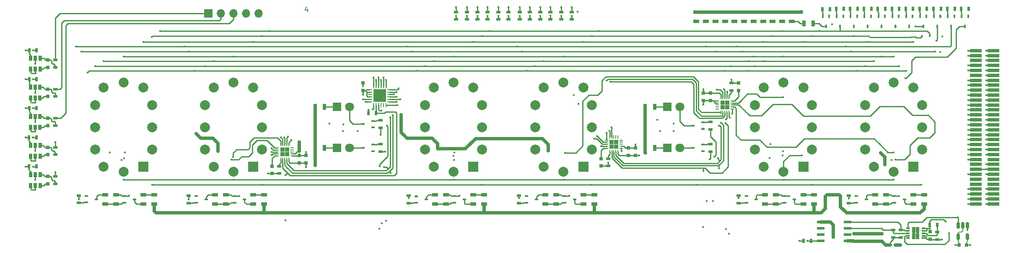
<source format=gbr>
%TF.GenerationSoftware,KiCad,Pcbnew,7.0.1*%
%TF.CreationDate,2023-08-11T20:05:16-05:00*%
%TF.ProjectId,IN12_carrier,494e3132-5f63-4617-9272-6965722e6b69,PRELIM*%
%TF.SameCoordinates,Original*%
%TF.FileFunction,Copper,L4,Bot*%
%TF.FilePolarity,Positive*%
%FSLAX46Y46*%
G04 Gerber Fmt 4.6, Leading zero omitted, Abs format (unit mm)*
G04 Created by KiCad (PCBNEW 7.0.1) date 2023-08-11 20:05:16*
%MOMM*%
%LPD*%
G01*
G04 APERTURE LIST*
G04 Aperture macros list*
%AMRoundRect*
0 Rectangle with rounded corners*
0 $1 Rounding radius*
0 $2 $3 $4 $5 $6 $7 $8 $9 X,Y pos of 4 corners*
0 Add a 4 corners polygon primitive as box body*
4,1,4,$2,$3,$4,$5,$6,$7,$8,$9,$2,$3,0*
0 Add four circle primitives for the rounded corners*
1,1,$1+$1,$2,$3*
1,1,$1+$1,$4,$5*
1,1,$1+$1,$6,$7*
1,1,$1+$1,$8,$9*
0 Add four rect primitives between the rounded corners*
20,1,$1+$1,$2,$3,$4,$5,0*
20,1,$1+$1,$4,$5,$6,$7,0*
20,1,$1+$1,$6,$7,$8,$9,0*
20,1,$1+$1,$8,$9,$2,$3,0*%
G04 Aperture macros list end*
%ADD10C,0.150000*%
%TA.AperFunction,NonConductor*%
%ADD11C,0.150000*%
%TD*%
%TA.AperFunction,ComponentPad*%
%ADD12R,2.000000X2.000000*%
%TD*%
%TA.AperFunction,ComponentPad*%
%ADD13C,2.000000*%
%TD*%
%TA.AperFunction,ComponentPad*%
%ADD14R,1.800000X1.800000*%
%TD*%
%TA.AperFunction,ComponentPad*%
%ADD15C,1.800000*%
%TD*%
%TA.AperFunction,SMDPad,CuDef*%
%ADD16R,0.700000X0.450000*%
%TD*%
%TA.AperFunction,SMDPad,CuDef*%
%ADD17R,0.900000X0.500000*%
%TD*%
%TA.AperFunction,SMDPad,CuDef*%
%ADD18R,1.300000X0.700000*%
%TD*%
%TA.AperFunction,SMDPad,CuDef*%
%ADD19R,0.500000X0.900000*%
%TD*%
%TA.AperFunction,SMDPad,CuDef*%
%ADD20R,0.750000X0.800000*%
%TD*%
%TA.AperFunction,SMDPad,CuDef*%
%ADD21RoundRect,0.112500X-0.187500X-0.112500X0.187500X-0.112500X0.187500X0.112500X-0.187500X0.112500X0*%
%TD*%
%TA.AperFunction,SMDPad,CuDef*%
%ADD22R,0.800000X0.750000*%
%TD*%
%TA.AperFunction,SMDPad,CuDef*%
%ADD23R,2.438400X0.660400*%
%TD*%
%TA.AperFunction,SMDPad,CuDef*%
%ADD24R,0.450000X0.700000*%
%TD*%
%TA.AperFunction,SMDPad,CuDef*%
%ADD25O,0.750000X0.200000*%
%TD*%
%TA.AperFunction,SMDPad,CuDef*%
%ADD26O,0.200000X0.750000*%
%TD*%
%TA.AperFunction,SMDPad,CuDef*%
%ADD27R,0.925000X0.925000*%
%TD*%
%TA.AperFunction,SMDPad,CuDef*%
%ADD28R,0.700000X1.300000*%
%TD*%
%TA.AperFunction,SMDPad,CuDef*%
%ADD29R,0.650000X1.060000*%
%TD*%
%TA.AperFunction,SMDPad,CuDef*%
%ADD30RoundRect,0.150000X-0.150000X0.512500X-0.150000X-0.512500X0.150000X-0.512500X0.150000X0.512500X0*%
%TD*%
%TA.AperFunction,ComponentPad*%
%ADD31R,1.700000X1.700000*%
%TD*%
%TA.AperFunction,ComponentPad*%
%ADD32O,1.700000X1.700000*%
%TD*%
%TA.AperFunction,SMDPad,CuDef*%
%ADD33RoundRect,0.062500X-0.062500X0.350000X-0.062500X-0.350000X0.062500X-0.350000X0.062500X0.350000X0*%
%TD*%
%TA.AperFunction,SMDPad,CuDef*%
%ADD34RoundRect,0.062500X-0.350000X0.062500X-0.350000X-0.062500X0.350000X-0.062500X0.350000X0.062500X0*%
%TD*%
%TA.AperFunction,SMDPad,CuDef*%
%ADD35R,2.600000X2.600000*%
%TD*%
%TA.AperFunction,SMDPad,CuDef*%
%ADD36R,0.650000X0.300000*%
%TD*%
%TA.AperFunction,SMDPad,CuDef*%
%ADD37R,0.775000X1.240000*%
%TD*%
%TA.AperFunction,SMDPad,CuDef*%
%ADD38R,1.550000X0.600000*%
%TD*%
%TA.AperFunction,ViaPad*%
%ADD39C,0.400000*%
%TD*%
%TA.AperFunction,Conductor*%
%ADD40C,0.254000*%
%TD*%
%TA.AperFunction,Conductor*%
%ADD41C,0.635000*%
%TD*%
%TA.AperFunction,Conductor*%
%ADD42C,0.200000*%
%TD*%
%TA.AperFunction,Conductor*%
%ADD43C,0.250000*%
%TD*%
G04 APERTURE END LIST*
D10*
D11*
X94672066Y-83361152D02*
X94672066Y-84027819D01*
X94433971Y-82980200D02*
X94195876Y-83694485D01*
X94195876Y-83694485D02*
X94814923Y-83694485D01*
D12*
%TO.P,V601,1,Anode*%
%TO.N,Anode_5*%
X61485754Y-115344000D03*
D13*
%TO.P,V601,2,Digit0*%
%TO.N,Cathode_0*%
X63235754Y-111844000D03*
%TO.P,V601,3,Digit9*%
%TO.N,Cathode_9*%
X63235754Y-107344000D03*
%TO.P,V601,4,Digit8*%
%TO.N,Cathode_8*%
X63235754Y-102844000D03*
%TO.P,V601,5,Digit7*%
%TO.N,Cathode_7*%
X61485754Y-99344000D03*
X61485754Y-99344000D03*
X61485754Y-99344000D03*
X61485754Y-99344000D03*
%TO.P,V601,6,Digit6*%
%TO.N,Cathode_6*%
X57485754Y-98344000D03*
%TO.P,V601,7,Digit5*%
%TO.N,Cathode_5*%
X53485754Y-99344000D03*
%TO.P,V601,8,Digit4*%
%TO.N,Cathode_4*%
X51735754Y-102844000D03*
%TO.P,V601,9,Digit3*%
%TO.N,Cathode_3*%
X51735754Y-107344000D03*
%TO.P,V601,10,Digit2*%
%TO.N,Cathode_2*%
X51735754Y-111844000D03*
%TO.P,V601,11,Digit1*%
%TO.N,Cathode_1*%
X53485754Y-115344000D03*
%TO.P,V601,12,DP*%
%TO.N,Cathode_DP*%
X57485754Y-116344000D03*
%TD*%
D14*
%TO.P,V609,1,Anode*%
%TO.N,Net-(V609-Anode)*%
X167321862Y-103177335D03*
D15*
%TO.P,V609,2,Kathode*%
%TO.N,Colon_2_Cathode*%
X169861862Y-103177335D03*
%TD*%
D12*
%TO.P,V602,1,Anode*%
%TO.N,Anode_1*%
X194819084Y-115344000D03*
D13*
%TO.P,V602,2,Digit0*%
%TO.N,Cathode_0*%
X196569084Y-111844000D03*
%TO.P,V602,3,Digit9*%
%TO.N,Cathode_9*%
X196569084Y-107344000D03*
%TO.P,V602,4,Digit8*%
%TO.N,Cathode_8*%
X196569084Y-102844000D03*
%TO.P,V602,5,Digit7*%
%TO.N,Cathode_7*%
X194819084Y-99344000D03*
X194819084Y-99344000D03*
X194819084Y-99344000D03*
X194819084Y-99344000D03*
%TO.P,V602,6,Digit6*%
%TO.N,Cathode_6*%
X190819084Y-98344000D03*
%TO.P,V602,7,Digit5*%
%TO.N,Cathode_5*%
X186819084Y-99344000D03*
%TO.P,V602,8,Digit4*%
%TO.N,Cathode_4*%
X185069084Y-102844000D03*
%TO.P,V602,9,Digit3*%
%TO.N,Cathode_3*%
X185069084Y-107344000D03*
%TO.P,V602,10,Digit2*%
%TO.N,Cathode_2*%
X185069084Y-111844000D03*
%TO.P,V602,11,Digit1*%
%TO.N,Cathode_1*%
X186819084Y-115344000D03*
%TO.P,V602,12,DP*%
%TO.N,Cathode_DP*%
X190819084Y-116344000D03*
%TD*%
D12*
%TO.P,V605,1,Anode*%
%TO.N,Anode_3*%
X128152418Y-115344000D03*
D13*
%TO.P,V605,2,Digit0*%
%TO.N,Cathode_0*%
X129902418Y-111844000D03*
%TO.P,V605,3,Digit9*%
%TO.N,Cathode_9*%
X129902418Y-107344000D03*
%TO.P,V605,4,Digit8*%
%TO.N,Cathode_8*%
X129902418Y-102844000D03*
%TO.P,V605,5,Digit7*%
%TO.N,Cathode_7*%
X128152418Y-99344000D03*
X128152418Y-99344000D03*
X128152418Y-99344000D03*
X128152418Y-99344000D03*
%TO.P,V605,6,Digit6*%
%TO.N,Cathode_6*%
X124152418Y-98344000D03*
%TO.P,V605,7,Digit5*%
%TO.N,Cathode_5*%
X120152418Y-99344000D03*
%TO.P,V605,8,Digit4*%
%TO.N,Cathode_4*%
X118402418Y-102844000D03*
%TO.P,V605,9,Digit3*%
%TO.N,Cathode_3*%
X118402418Y-107344000D03*
%TO.P,V605,10,Digit2*%
%TO.N,Cathode_2*%
X118402418Y-111844000D03*
%TO.P,V605,11,Digit1*%
%TO.N,Cathode_1*%
X120152418Y-115344000D03*
%TO.P,V605,12,DP*%
%TO.N,Cathode_DP*%
X124152418Y-116344000D03*
%TD*%
D12*
%TO.P,V604,1,Anode*%
%TO.N,Anode_0*%
X217041304Y-115344000D03*
D13*
%TO.P,V604,2,Digit0*%
%TO.N,Cathode_0*%
X218791304Y-111844000D03*
%TO.P,V604,3,Digit9*%
%TO.N,Cathode_9*%
X218791304Y-107344000D03*
%TO.P,V604,4,Digit8*%
%TO.N,Cathode_8*%
X218791304Y-102844000D03*
%TO.P,V604,5,Digit7*%
%TO.N,Cathode_7*%
X217041304Y-99344000D03*
X217041304Y-99344000D03*
X217041304Y-99344000D03*
X217041304Y-99344000D03*
%TO.P,V604,6,Digit6*%
%TO.N,Cathode_6*%
X213041304Y-98344000D03*
%TO.P,V604,7,Digit5*%
%TO.N,Cathode_5*%
X209041304Y-99344000D03*
%TO.P,V604,8,Digit4*%
%TO.N,Cathode_4*%
X207291304Y-102844000D03*
%TO.P,V604,9,Digit3*%
%TO.N,Cathode_3*%
X207291304Y-107344000D03*
%TO.P,V604,10,Digit2*%
%TO.N,Cathode_2*%
X207291304Y-111844000D03*
%TO.P,V604,11,Digit1*%
%TO.N,Cathode_1*%
X209041304Y-115344000D03*
%TO.P,V604,12,DP*%
%TO.N,Cathode_DP*%
X213041304Y-116344000D03*
%TD*%
D12*
%TO.P,V608,1,Anode*%
%TO.N,Anode_2*%
X150374640Y-115344000D03*
D13*
%TO.P,V608,2,Digit0*%
%TO.N,Cathode_0*%
X152124640Y-111844000D03*
%TO.P,V608,3,Digit9*%
%TO.N,Cathode_9*%
X152124640Y-107344000D03*
%TO.P,V608,4,Digit8*%
%TO.N,Cathode_8*%
X152124640Y-102844000D03*
%TO.P,V608,5,Digit7*%
%TO.N,Cathode_7*%
X150374640Y-99344000D03*
X150374640Y-99344000D03*
X150374640Y-99344000D03*
X150374640Y-99344000D03*
%TO.P,V608,6,Digit6*%
%TO.N,Cathode_6*%
X146374640Y-98344000D03*
%TO.P,V608,7,Digit5*%
%TO.N,Cathode_5*%
X142374640Y-99344000D03*
%TO.P,V608,8,Digit4*%
%TO.N,Cathode_4*%
X140624640Y-102844000D03*
%TO.P,V608,9,Digit3*%
%TO.N,Cathode_3*%
X140624640Y-107344000D03*
%TO.P,V608,10,Digit2*%
%TO.N,Cathode_2*%
X140624640Y-111844000D03*
%TO.P,V608,11,Digit1*%
%TO.N,Cathode_1*%
X142374640Y-115344000D03*
%TO.P,V608,12,DP*%
%TO.N,Cathode_DP*%
X146374640Y-116344000D03*
%TD*%
D14*
%TO.P,V610,1,Anode*%
%TO.N,Net-(V610-Anode)*%
X167321862Y-111510665D03*
D15*
%TO.P,V610,2,Kathode*%
%TO.N,Colon_3_Cathode*%
X169861862Y-111510665D03*
%TD*%
D14*
%TO.P,V606,1,Anode*%
%TO.N,Net-(V606-Anode)*%
X100655196Y-103177335D03*
D15*
%TO.P,V606,2,Kathode*%
%TO.N,Colon_0_Cathode*%
X103195196Y-103177335D03*
%TD*%
D14*
%TO.P,V607,1,Anode*%
%TO.N,Net-(V607-Anode)*%
X100655196Y-111510665D03*
D15*
%TO.P,V607,2,Kathode*%
%TO.N,Colon_1_Cathode*%
X103195196Y-111510665D03*
%TD*%
D12*
%TO.P,V603,1,Anode*%
%TO.N,Anode_4*%
X83707974Y-115344000D03*
D13*
%TO.P,V603,2,Digit0*%
%TO.N,Cathode_0*%
X85457974Y-111844000D03*
%TO.P,V603,3,Digit9*%
%TO.N,Cathode_9*%
X85457974Y-107344000D03*
%TO.P,V603,4,Digit8*%
%TO.N,Cathode_8*%
X85457974Y-102844000D03*
%TO.P,V603,5,Digit7*%
%TO.N,Cathode_7*%
X83707974Y-99344000D03*
X83707974Y-99344000D03*
X83707974Y-99344000D03*
X83707974Y-99344000D03*
%TO.P,V603,6,Digit6*%
%TO.N,Cathode_6*%
X79707974Y-98344000D03*
%TO.P,V603,7,Digit5*%
%TO.N,Cathode_5*%
X75707974Y-99344000D03*
%TO.P,V603,8,Digit4*%
%TO.N,Cathode_4*%
X73957974Y-102844000D03*
%TO.P,V603,9,Digit3*%
%TO.N,Cathode_3*%
X73957974Y-107344000D03*
%TO.P,V603,10,Digit2*%
%TO.N,Cathode_2*%
X73957974Y-111844000D03*
%TO.P,V603,11,Digit1*%
%TO.N,Cathode_1*%
X75707974Y-115344000D03*
%TO.P,V603,12,DP*%
%TO.N,Cathode_DP*%
X79707974Y-116344000D03*
%TD*%
D16*
%TO.P,Q403,1,B*%
%TO.N,Net-(Q403-B)*%
X72202800Y-122570000D03*
%TO.P,Q403,2,E*%
%TO.N,GND*%
X72202800Y-121270000D03*
%TO.P,Q403,3,C*%
%TO.N,Net-(Q403-C)*%
X74202800Y-121920000D03*
%TD*%
D17*
%TO.P,R1018,1,1*%
%TO.N,Pushbutton_Up_SNS*%
X43721200Y-111389050D03*
%TO.P,R1018,2,2*%
%TO.N,Net-(U1005-SNSK)*%
X43721200Y-112889050D03*
%TD*%
D18*
%TO.P,R408,1,1*%
%TO.N,Net-(Q405-B)*%
X144856200Y-122870000D03*
%TO.P,R408,2,2*%
%TO.N,+180V*%
X144856200Y-120970000D03*
%TD*%
D17*
%TO.P,R1006,1,1*%
%TO.N,Set_Weekday_LED*%
X135255200Y-84058600D03*
%TO.P,R1006,2,2*%
%TO.N,Net-(D1006-A)*%
X135255200Y-85558600D03*
%TD*%
D19*
%TO.P,R510,1,1*%
%TO.N,Cathode_9_DSP*%
X202957152Y-83439000D03*
%TO.P,R510,2,2*%
%TO.N,Net-(Q510-B)*%
X201457152Y-83439000D03*
%TD*%
D16*
%TO.P,Q515,1,B*%
%TO.N,Net-(Q515-B)*%
X174516800Y-106372200D03*
%TO.P,Q515,2,E*%
%TO.N,GND*%
X174516800Y-107672200D03*
%TO.P,Q515,3,C*%
%TO.N,Colon_2_Cathode*%
X172516800Y-107022200D03*
%TD*%
D20*
%TO.P,C702,1*%
%TO.N,Net-(U702-VCAP)*%
X87452200Y-115201000D03*
%TO.P,C702,2*%
%TO.N,GND*%
X87452200Y-116701000D03*
%TD*%
D17*
%TO.P,R1004,1,1*%
%TO.N,Set_Date_LED*%
X130988000Y-84058600D03*
%TO.P,R1004,2,2*%
%TO.N,Net-(D1004-A)*%
X130988000Y-85558600D03*
%TD*%
D20*
%TO.P,C304,1*%
%TO.N,Net-(D301-K)*%
X205594800Y-130391600D03*
%TO.P,C304,2*%
%TO.N,GND*%
X205594800Y-128891600D03*
%TD*%
D16*
%TO.P,Q402,1,B*%
%TO.N,Net-(Q402-B)*%
X138877800Y-122570000D03*
%TO.P,Q402,2,E*%
%TO.N,GND*%
X138877800Y-121270000D03*
%TO.P,Q402,3,C*%
%TO.N,Net-(Q402-C)*%
X140877800Y-121920000D03*
%TD*%
D21*
%TO.P,D301,1,K*%
%TO.N,Net-(D301-K)*%
X212335400Y-131140200D03*
%TO.P,D301,2,A*%
%TO.N,+3.3V*%
X214435400Y-131140200D03*
%TD*%
D18*
%TO.P,R404,1,1*%
%TO.N,Net-(Q401-C)*%
X209321400Y-120970000D03*
%TO.P,R404,2,2*%
%TO.N,Net-(Q404-B)*%
X209321400Y-122870000D03*
%TD*%
%TO.P,R418,1,1*%
%TO.N,Net-(Q409-C)*%
X53771800Y-120970000D03*
%TO.P,R418,2,2*%
%TO.N,Net-(Q412-B)*%
X53771800Y-122870000D03*
%TD*%
D19*
%TO.P,R1012,1,1*%
%TO.N,Pushbutton_Right*%
X38429700Y-103505000D03*
%TO.P,R1012,2,2*%
%TO.N,GND*%
X39929700Y-103505000D03*
%TD*%
D17*
%TO.P,R1010,1,1*%
%TO.N,24HR_Mode_LED*%
X143738800Y-84058600D03*
%TO.P,R1010,2,2*%
%TO.N,Net-(D1010-A)*%
X143738800Y-85558600D03*
%TD*%
%TO.P,R1019,1,1*%
%TO.N,Pushbutton_Down_SNS*%
X43721200Y-117271100D03*
%TO.P,R1019,2,2*%
%TO.N,Net-(U1006-SNSK)*%
X43721200Y-118771100D03*
%TD*%
%TO.P,R512,1,1*%
%TO.N,Colon_1_DSP*%
X109413800Y-112256000D03*
%TO.P,R512,2,2*%
%TO.N,Net-(Q512-B)*%
X109413800Y-110756000D03*
%TD*%
D19*
%TO.P,R505,1,1*%
%TO.N,Cathode_8_DSP*%
X205760958Y-83439000D03*
%TO.P,R505,2,2*%
%TO.N,Net-(Q505-B)*%
X204260958Y-83439000D03*
%TD*%
D20*
%TO.P,C706,1*%
%TO.N,+3.3V*%
X160858200Y-113043400D03*
%TO.P,C706,2*%
%TO.N,GND*%
X160858200Y-111543400D03*
%TD*%
D18*
%TO.P,R808,1,1*%
%TO.N,Cathode_1*%
X175130460Y-85938400D03*
%TO.P,R808,2,2*%
%TO.N,+90V*%
X175130460Y-84038400D03*
%TD*%
D20*
%TO.P,C704,1*%
%TO.N,+3.3V*%
X174599600Y-100443600D03*
%TO.P,C704,2*%
%TO.N,GND*%
X174599600Y-101943600D03*
%TD*%
D17*
%TO.P,R1009,1,1*%
%TO.N,Alarm_Enable_LED*%
X141706800Y-84058600D03*
%TO.P,R1009,2,2*%
%TO.N,Net-(D1009-A)*%
X141706800Y-85558600D03*
%TD*%
D22*
%TO.P,C1001,1*%
%TO.N,+3.3V*%
X227749800Y-131171100D03*
%TO.P,C1001,2*%
%TO.N,GND*%
X226249800Y-131171100D03*
%TD*%
D23*
%TO.P,J201,1,Pin_1*%
%TO.N,GND*%
X233231133Y-91850000D03*
%TO.P,J201,2,Pin_2*%
X233231133Y-92850001D03*
%TO.P,J201,3,Pin_3*%
X233231133Y-93850001D03*
%TO.P,J201,4,Pin_4*%
X233231133Y-94850002D03*
%TO.P,J201,5,Pin_5*%
X233231133Y-95850000D03*
%TO.P,J201,6,Pin_6*%
X233231133Y-96850000D03*
%TO.P,J201,7,Pin_7*%
%TO.N,Anode_1_DSP*%
X233231133Y-97850001D03*
%TO.P,J201,8,Pin_8*%
%TO.N,Anode_3_DSP*%
X233231133Y-98850001D03*
%TO.P,J201,9,Pin_9*%
%TO.N,Anode_5_DSP*%
X233231133Y-99850002D03*
%TO.P,J201,10,Pin_10*%
%TO.N,GND*%
X233231133Y-100850000D03*
%TO.P,J201,11,Pin_11*%
%TO.N,Cathode_1_DSP*%
X233231133Y-101850000D03*
%TO.P,J201,12,Pin_12*%
%TO.N,Cathode_3_DSP*%
X233231133Y-102850001D03*
%TO.P,J201,13,Pin_13*%
%TO.N,Cathode_5_DSP*%
X233231133Y-103850002D03*
%TO.P,J201,14,Pin_14*%
%TO.N,Cathode_7_DSP*%
X233231133Y-104850002D03*
%TO.P,J201,15,Pin_15*%
%TO.N,Cathode_9_DSP*%
X233231133Y-105850000D03*
%TO.P,J201,16,Pin_16*%
%TO.N,GND*%
X233231133Y-106850001D03*
%TO.P,J201,17,Pin_17*%
X233231133Y-107850001D03*
%TO.P,J201,18,Pin_18*%
%TO.N,Colon_1_DSP*%
X233231133Y-108850002D03*
%TO.P,J201,19,Pin_19*%
%TO.N,Colon_3_DSP*%
X233231133Y-109850002D03*
%TO.P,J201,20,Pin_20*%
%TO.N,GND*%
X233231133Y-110850000D03*
%TO.P,J201,21,Pin_21*%
%TO.N,Pushbutton_Left*%
X233231133Y-111850001D03*
%TO.P,J201,22,Pin_22*%
%TO.N,Pushbutton_Up*%
X233231133Y-112850001D03*
%TO.P,J201,23,Pin_23*%
%TO.N,unconnected-(J201-Pin_23-Pad23)*%
X233231133Y-113850002D03*
%TO.P,J201,24,Pin_24*%
%TO.N,GND*%
X233231133Y-114850002D03*
%TO.P,J201,25,Pin_25*%
X233231133Y-115850000D03*
%TO.P,J201,26,Pin_26*%
%TO.N,I2C_DSP_SDA*%
X233231133Y-116850001D03*
%TO.P,J201,27,Pin_27*%
%TO.N,unconnected-(J201-Pin_27-Pad27)*%
X233231133Y-117850002D03*
%TO.P,J201,28,Pin_28*%
%TO.N,unconnected-(J201-Pin_28-Pad28)*%
X233231133Y-118850002D03*
%TO.P,J201,29,Pin_29*%
%TO.N,GND*%
X233231133Y-119850000D03*
%TO.P,J201,30,Pin_30*%
X233231133Y-120850001D03*
%TO.P,J201,31,Pin_31*%
X233231133Y-121850001D03*
%TO.P,J201,32,Pin_32*%
X233231133Y-122850002D03*
%TO.P,J201,33,Pin_33*%
%TO.N,+90V*%
X229631135Y-91850000D03*
%TO.P,J201,34,Pin_34*%
X229631135Y-92850001D03*
%TO.P,J201,35,Pin_35*%
%TO.N,unconnected-(J201-Pin_35-Pad35)*%
X229631135Y-93850001D03*
%TO.P,J201,36,Pin_36*%
%TO.N,+180V*%
X229631135Y-94850002D03*
%TO.P,J201,37,Pin_37*%
X229631135Y-95850000D03*
%TO.P,J201,38,Pin_38*%
%TO.N,unconnected-(J201-Pin_38-Pad38)*%
X229631135Y-96850000D03*
%TO.P,J201,39,Pin_39*%
%TO.N,Anode_0_DSP*%
X229631135Y-97850001D03*
%TO.P,J201,40,Pin_40*%
%TO.N,Anode_2_DSP*%
X229631135Y-98850001D03*
%TO.P,J201,41,Pin_41*%
%TO.N,Anode_4_DSP*%
X229631135Y-99850002D03*
%TO.P,J201,42,Pin_42*%
%TO.N,GND*%
X229631135Y-100850000D03*
%TO.P,J201,43,Pin_43*%
%TO.N,Cathode_0_DSP*%
X229631135Y-101850000D03*
%TO.P,J201,44,Pin_44*%
%TO.N,Cathode_2_DSP*%
X229631135Y-102850001D03*
%TO.P,J201,45,Pin_45*%
%TO.N,Cathode_4_DSP*%
X229631135Y-103850002D03*
%TO.P,J201,46,Pin_46*%
%TO.N,Cathode_6_DSP*%
X229631135Y-104850002D03*
%TO.P,J201,47,Pin_47*%
%TO.N,Cathode_8_DSP*%
X229631135Y-105850000D03*
%TO.P,J201,48,Pin_48*%
%TO.N,Cathode_DP_DSP*%
X229631135Y-106850001D03*
%TO.P,J201,49,Pin_49*%
%TO.N,GND*%
X229631135Y-107850001D03*
%TO.P,J201,50,Pin_50*%
%TO.N,Colon_0_DSP*%
X229631135Y-108850002D03*
%TO.P,J201,51,Pin_51*%
%TO.N,Colon_2_DSP*%
X229631135Y-109850002D03*
%TO.P,J201,52,Pin_52*%
%TO.N,GND*%
X229631135Y-110850000D03*
%TO.P,J201,53,Pin_53*%
%TO.N,Pushbutton_Power*%
X229631135Y-111850001D03*
%TO.P,J201,54,Pin_54*%
%TO.N,Pushbutton_Right*%
X229631135Y-112850001D03*
%TO.P,J201,55,Pin_55*%
%TO.N,Pushbutton_Down*%
X229631135Y-113850002D03*
%TO.P,J201,56,Pin_56*%
%TO.N,unconnected-(J201-Pin_56-Pad56)*%
X229631135Y-114850002D03*
%TO.P,J201,57,Pin_57*%
%TO.N,GND*%
X229631135Y-115850000D03*
%TO.P,J201,58,Pin_58*%
%TO.N,I2C_DSP_SCL*%
X229631135Y-116850001D03*
%TO.P,J201,59,Pin_59*%
%TO.N,unconnected-(J201-Pin_59-Pad59)*%
X229631135Y-117850002D03*
%TO.P,J201,60,Pin_60*%
%TO.N,unconnected-(J201-Pin_60-Pad60)*%
X229631135Y-118850002D03*
%TO.P,J201,61,Pin_61*%
%TO.N,+3.3V*%
X229631135Y-119850000D03*
%TO.P,J201,62,Pin_62*%
X229631135Y-120850001D03*
%TO.P,J201,63,Pin_63*%
X229631135Y-121850001D03*
%TO.P,J201,64,Pin_64*%
X229631135Y-122850002D03*
%TD*%
D24*
%TO.P,Q506,1,B*%
%TO.N,Net-(Q506-B)*%
X223987600Y-84953600D03*
%TO.P,Q506,2,E*%
%TO.N,GND*%
X225287600Y-84953600D03*
%TO.P,Q506,3,C*%
%TO.N,Cathode_1*%
X224637600Y-86953600D03*
%TD*%
D20*
%TO.P,C301,1*%
%TO.N,Net-(D301-K)*%
X209709600Y-130391600D03*
%TO.P,C301,2*%
%TO.N,GND*%
X209709600Y-128891600D03*
%TD*%
D18*
%TO.P,R405,1,1*%
%TO.N,Net-(Q402-C)*%
X142671800Y-120970000D03*
%TO.P,R405,2,2*%
%TO.N,Net-(Q405-B)*%
X142671800Y-122870000D03*
%TD*%
D19*
%TO.P,R504,1,1*%
%TO.N,Cathode_6_DSP*%
X211368570Y-83439000D03*
%TO.P,R504,2,2*%
%TO.N,Net-(Q504-B)*%
X209868570Y-83439000D03*
%TD*%
D18*
%TO.P,R416,1,1*%
%TO.N,Net-(Q407-C)*%
X187096400Y-120970000D03*
%TO.P,R416,2,2*%
%TO.N,Net-(Q410-B)*%
X187096400Y-122870000D03*
%TD*%
D17*
%TO.P,R401,1,1*%
%TO.N,Anode_0_DSP*%
X203987400Y-121170000D03*
%TO.P,R401,2,2*%
%TO.N,Net-(Q401-B)*%
X203987400Y-122670000D03*
%TD*%
D16*
%TO.P,Q409,1,B*%
%TO.N,Net-(Q409-B)*%
X49977800Y-122544600D03*
%TO.P,Q409,2,E*%
%TO.N,GND*%
X49977800Y-121244600D03*
%TO.P,Q409,3,C*%
%TO.N,Net-(Q409-C)*%
X51977800Y-121894600D03*
%TD*%
D25*
%TO.P,U703,1,VCAP*%
%TO.N,Net-(U703-VCAP)*%
X155014800Y-111569400D03*
%TO.P,U703,2,OUT0*%
%TO.N,COLON0_LED_R*%
X155014800Y-111169400D03*
%TO.P,U703,3,OUT1*%
%TO.N,COLON0_LED_G*%
X155014800Y-110769400D03*
%TO.P,U703,4,OUT2*%
%TO.N,COLON0_LED_B*%
X155014800Y-110369400D03*
%TO.P,U703,5,OUT3*%
%TO.N,COLON1_LED_R*%
X155014800Y-109969400D03*
D26*
%TO.P,U703,6,OUT4*%
%TO.N,COLON1_LED_G*%
X155714800Y-109269400D03*
%TO.P,U703,7,OUT5*%
%TO.N,COLON1_LED_B*%
X156114800Y-109269400D03*
%TO.P,U703,8,OUT6*%
%TO.N,unconnected-(U703-OUT6-Pad8)*%
X156514800Y-109269400D03*
%TO.P,U703,9,OUT7*%
%TO.N,unconnected-(U703-OUT7-Pad9)*%
X156914800Y-109269400D03*
%TO.P,U703,10,OUT8*%
%TO.N,unconnected-(U703-OUT8-Pad10)*%
X157314800Y-109269400D03*
D25*
%TO.P,U703,11,NC*%
%TO.N,unconnected-(U703-NC-Pad11)*%
X158014800Y-109969400D03*
%TO.P,U703,12,NC*%
%TO.N,unconnected-(U703-NC-Pad12)*%
X158014800Y-110369400D03*
%TO.P,U703,13,NC*%
%TO.N,unconnected-(U703-NC-Pad13)*%
X158014800Y-110769400D03*
%TO.P,U703,14,ADDR0*%
%TO.N,GND*%
X158014800Y-111169400D03*
%TO.P,U703,15,ADDR1*%
%TO.N,+3.3V*%
X158014800Y-111569400D03*
D26*
%TO.P,U703,16,VCC*%
X157314800Y-112269400D03*
%TO.P,U703,17,SDA*%
%TO.N,I2C_DSP_SDA*%
X156914800Y-112269400D03*
%TO.P,U703,18,SCL*%
%TO.N,I2C_DSP_SCL*%
X156514800Y-112269400D03*
%TO.P,U703,19,EN*%
%TO.N,Tube_LED_Enable*%
X156114800Y-112269400D03*
%TO.P,U703,20,IREF*%
%TO.N,Net-(U703-IREF)*%
X155714800Y-112269400D03*
D27*
%TO.P,U703,21,GND*%
%TO.N,GND*%
X156052300Y-110306900D03*
X156052300Y-111231900D03*
X156977300Y-110306900D03*
X156977300Y-111231900D03*
%TD*%
D17*
%TO.P,R516,1,1*%
%TO.N,Colon_2_DSP*%
X176072800Y-107772200D03*
%TO.P,R516,2,2*%
%TO.N,Net-(Q515-B)*%
X176072800Y-106272200D03*
%TD*%
D18*
%TO.P,R815,1,1*%
%TO.N,Cathode_8*%
X188625480Y-85938400D03*
%TO.P,R815,2,2*%
%TO.N,+90V*%
X188625480Y-84038400D03*
%TD*%
D17*
%TO.P,R1017,1,1*%
%TO.N,Pushbutton_Right_SNS*%
X43726300Y-105523600D03*
%TO.P,R1017,2,2*%
%TO.N,Net-(U1004-SNSK)*%
X43726300Y-107023600D03*
%TD*%
D19*
%TO.P,R1013,1,1*%
%TO.N,Pushbutton_Up*%
X38424600Y-109395850D03*
%TO.P,R1013,2,2*%
%TO.N,GND*%
X39924600Y-109395850D03*
%TD*%
D28*
%TO.P,R514,1,1*%
%TO.N,Net-(Q511-C)*%
X196794200Y-86360000D03*
%TO.P,R514,2,2*%
%TO.N,Cathode_DP*%
X194894200Y-86360000D03*
%TD*%
%TO.P,R601,1*%
%TO.N,+180V*%
X96205000Y-103174800D03*
%TO.P,R601,2*%
%TO.N,Net-(V606-Anode)*%
X98105000Y-103174800D03*
%TD*%
D29*
%TO.P,U1005,1,OUT*%
%TO.N,Pushbutton_Up*%
X38732600Y-111039050D03*
%TO.P,U1005,2,VSS*%
%TO.N,GND*%
X39682600Y-111039050D03*
%TO.P,U1005,3,SNSK*%
%TO.N,Net-(U1005-SNSK)*%
X40632600Y-111039050D03*
%TO.P,U1005,4,SNS*%
%TO.N,Net-(U1005-SNS)*%
X40632600Y-113239050D03*
%TO.P,U1005,5,VDD*%
%TO.N,+3.3V*%
X39682600Y-113239050D03*
%TO.P,U1005,6,SYNC*%
X38732600Y-113239050D03*
%TD*%
D16*
%TO.P,Q412,1,B*%
%TO.N,Net-(Q412-B)*%
X57699400Y-122570000D03*
%TO.P,Q412,2,E*%
%TO.N,+180V*%
X57699400Y-121270000D03*
%TO.P,Q412,3,C*%
%TO.N,Net-(Q412-C)*%
X59699400Y-121920000D03*
%TD*%
D17*
%TO.P,R1002,1,1*%
%TO.N,Set_Time_LED*%
X126873200Y-84058600D03*
%TO.P,R1002,2,2*%
%TO.N,Net-(D1002-A)*%
X126873200Y-85558600D03*
%TD*%
%TO.P,R1007,1,1*%
%TO.N,Display_Alarm_LED*%
X137490400Y-84058600D03*
%TO.P,R1007,2,2*%
%TO.N,Net-(D1007-A)*%
X137490400Y-85558600D03*
%TD*%
D19*
%TO.P,R501,1,1*%
%TO.N,Cathode_0_DSP*%
X228191406Y-83439000D03*
%TO.P,R501,2,2*%
%TO.N,Net-(Q501-B)*%
X226691406Y-83439000D03*
%TD*%
D17*
%TO.P,R706,1,1*%
%TO.N,Net-(U703-IREF)*%
X155397200Y-113677000D03*
%TO.P,R706,2,2*%
%TO.N,GND*%
X155397200Y-115177000D03*
%TD*%
D18*
%TO.P,R411,1,1*%
%TO.N,Anode_2*%
X150393400Y-120970000D03*
%TO.P,R411,2,2*%
%TO.N,Net-(Q405-C)*%
X150393400Y-122870000D03*
%TD*%
D20*
%TO.P,C1007,1*%
%TO.N,Net-(U1003-SNS)*%
X42227700Y-101124950D03*
%TO.P,C1007,2*%
%TO.N,Net-(U1003-SNSK)*%
X42227700Y-99624950D03*
%TD*%
D18*
%TO.P,R804,1,1*%
%TO.N,Anode_3*%
X130327400Y-120970000D03*
%TO.P,R804,2,2*%
%TO.N,+90V*%
X130327400Y-122870000D03*
%TD*%
D20*
%TO.P,C701,1*%
%TO.N,Net-(U701-VCAP)*%
X181711600Y-99886200D03*
%TO.P,C701,2*%
%TO.N,GND*%
X181711600Y-98386200D03*
%TD*%
%TO.P,C1010,1*%
%TO.N,Net-(U1006-SNS)*%
X42222600Y-118771100D03*
%TO.P,C1010,2*%
%TO.N,Net-(U1006-SNSK)*%
X42222600Y-117271100D03*
%TD*%
D17*
%TO.P,R1005,1,1*%
%TO.N,Display_Weekday_LED*%
X133223200Y-84058600D03*
%TO.P,R1005,2,2*%
%TO.N,Net-(D1005-A)*%
X133223200Y-85558600D03*
%TD*%
D16*
%TO.P,Q410,1,B*%
%TO.N,Net-(Q410-B)*%
X191024000Y-122570000D03*
%TO.P,Q410,2,E*%
%TO.N,+180V*%
X191024000Y-121270000D03*
%TO.P,Q410,3,C*%
%TO.N,Net-(Q410-C)*%
X193024000Y-121920000D03*
%TD*%
%TO.P,Q405,1,B*%
%TO.N,Net-(Q405-B)*%
X146599400Y-122570000D03*
%TO.P,Q405,2,E*%
%TO.N,+180V*%
X146599400Y-121270000D03*
%TO.P,Q405,3,C*%
%TO.N,Net-(Q405-C)*%
X148599400Y-121920000D03*
%TD*%
D24*
%TO.P,Q509,1,B*%
%TO.N,Net-(Q509-B)*%
X207164764Y-84953600D03*
%TO.P,Q509,2,E*%
%TO.N,GND*%
X208464764Y-84953600D03*
%TO.P,Q509,3,C*%
%TO.N,Cathode_7*%
X207814764Y-86953600D03*
%TD*%
D30*
%TO.P,U1002,1,SCL*%
%TO.N,I2C_DSP_SCL*%
X226049800Y-127163400D03*
%TO.P,U1002,2,V_{SS}*%
%TO.N,GND*%
X226999800Y-127163400D03*
%TO.P,U1002,3,SDA*%
%TO.N,I2C_DSP_SDA*%
X227949800Y-127163400D03*
%TO.P,U1002,4,V_{CC}*%
%TO.N,+3.3V*%
X227949800Y-129438400D03*
%TO.P,U1002,5,WP*%
%TO.N,GND*%
X226049800Y-129438400D03*
%TD*%
D28*
%TO.P,R603,1*%
%TO.N,+180V*%
X162880000Y-103174800D03*
%TO.P,R603,2*%
%TO.N,Net-(V609-Anode)*%
X164780000Y-103174800D03*
%TD*%
D17*
%TO.P,R301,1,1*%
%TO.N,Net-(D301-K)*%
X214477600Y-129604200D03*
%TO.P,R301,2,2*%
%TO.N,Net-(U301-SCL)*%
X214477600Y-128104200D03*
%TD*%
D18*
%TO.P,R420,1,1*%
%TO.N,Net-(Q411-B)*%
X122605800Y-122870000D03*
%TO.P,R420,2,2*%
%TO.N,+180V*%
X122605800Y-120970000D03*
%TD*%
D20*
%TO.P,C707,1*%
%TO.N,+3.3V*%
X176022000Y-100443600D03*
%TO.P,C707,2*%
%TO.N,GND*%
X176022000Y-101943600D03*
%TD*%
D24*
%TO.P,Q501,1,B*%
%TO.N,Net-(Q501-B)*%
X226791406Y-84953600D03*
%TO.P,Q501,2,E*%
%TO.N,GND*%
X228091406Y-84953600D03*
%TO.P,Q501,3,C*%
%TO.N,Cathode_0*%
X227441406Y-86953600D03*
%TD*%
D17*
%TO.P,R415,1,1*%
%TO.N,Anode_5_DSP*%
X48437800Y-121144600D03*
%TO.P,R415,2,2*%
%TO.N,Net-(Q409-B)*%
X48437800Y-122644600D03*
%TD*%
D18*
%TO.P,R410,1,1*%
%TO.N,Anode_0*%
X217043000Y-120970000D03*
%TO.P,R410,2,2*%
%TO.N,Net-(Q404-C)*%
X217043000Y-122870000D03*
%TD*%
%TO.P,R811,1,1*%
%TO.N,Cathode_4*%
X180914040Y-85938400D03*
%TO.P,R811,2,2*%
%TO.N,+90V*%
X180914040Y-84038400D03*
%TD*%
D17*
%TO.P,R705,1,1*%
%TO.N,Net-(U702-IREF)*%
X88900000Y-115201000D03*
%TO.P,R705,2,2*%
%TO.N,GND*%
X88900000Y-116701000D03*
%TD*%
D19*
%TO.P,R508,1,1*%
%TO.N,Cathode_5_DSP*%
X214172376Y-83439000D03*
%TO.P,R508,2,2*%
%TO.N,Net-(Q508-B)*%
X212672376Y-83439000D03*
%TD*%
%TO.P,R507,1,1*%
%TO.N,Cathode_3_DSP*%
X219779988Y-83439000D03*
%TO.P,R507,2,2*%
%TO.N,Net-(Q507-B)*%
X218279988Y-83439000D03*
%TD*%
D17*
%TO.P,R901,1,1*%
%TO.N,Set_Color_LED*%
X148006000Y-84058600D03*
%TO.P,R901,2,2*%
%TO.N,Net-(D901-A)*%
X148006000Y-85558600D03*
%TD*%
D29*
%TO.P,U1006,1,OUT*%
%TO.N,Pushbutton_Down*%
X38732600Y-116921100D03*
%TO.P,U1006,2,VSS*%
%TO.N,GND*%
X39682600Y-116921100D03*
%TO.P,U1006,3,SNSK*%
%TO.N,Net-(U1006-SNSK)*%
X40632600Y-116921100D03*
%TO.P,U1006,4,SNS*%
%TO.N,Net-(U1006-SNS)*%
X40632600Y-119121100D03*
%TO.P,U1006,5,VDD*%
%TO.N,+3.3V*%
X39682600Y-119121100D03*
%TO.P,U1006,6,SYNC*%
X38732600Y-119121100D03*
%TD*%
D17*
%TO.P,R1008,1,1*%
%TO.N,Set_Alarm_LED*%
X139573200Y-84058600D03*
%TO.P,R1008,2,2*%
%TO.N,Net-(D1008-A)*%
X139573200Y-85558600D03*
%TD*%
D24*
%TO.P,Q510,1,B*%
%TO.N,Net-(Q510-B)*%
X201557152Y-84953600D03*
%TO.P,Q510,2,E*%
%TO.N,GND*%
X202857152Y-84953600D03*
%TO.P,Q510,3,C*%
%TO.N,Cathode_9*%
X202207152Y-86953600D03*
%TD*%
D20*
%TO.P,C1009,1*%
%TO.N,Net-(U1005-SNS)*%
X42222600Y-112889050D03*
%TO.P,C1009,2*%
%TO.N,Net-(U1005-SNSK)*%
X42222600Y-111389050D03*
%TD*%
D19*
%TO.P,R701,1,1*%
%TO.N,Tube_LED_Enable*%
X108471400Y-104521000D03*
%TO.P,R701,2,2*%
%TO.N,GND*%
X106971400Y-104521000D03*
%TD*%
D17*
%TO.P,R513,1,1*%
%TO.N,Colon_0_DSP*%
X109413800Y-107455400D03*
%TO.P,R513,2,2*%
%TO.N,Net-(Q513-B)*%
X109413800Y-105955400D03*
%TD*%
%TO.P,R1001,1,1*%
%TO.N,Display_Time_LED*%
X124663400Y-84058600D03*
%TO.P,R1001,2,2*%
%TO.N,Net-(D1001-A)*%
X124663400Y-85558600D03*
%TD*%
%TO.P,R413,1,1*%
%TO.N,Anode_1_DSP*%
X181762400Y-121170000D03*
%TO.P,R413,2,2*%
%TO.N,Net-(Q407-B)*%
X181762400Y-122670000D03*
%TD*%
D18*
%TO.P,R412,1,1*%
%TO.N,Anode_4*%
X83718400Y-120970000D03*
%TO.P,R412,2,2*%
%TO.N,Net-(Q406-C)*%
X83718400Y-122870000D03*
%TD*%
%TO.P,R424,1,1*%
%TO.N,Anode_5*%
X61493400Y-120970000D03*
%TO.P,R424,2,2*%
%TO.N,Net-(Q412-C)*%
X61493400Y-122870000D03*
%TD*%
D16*
%TO.P,Q512,1,B*%
%TO.N,Net-(Q512-B)*%
X107857800Y-110856000D03*
%TO.P,Q512,2,E*%
%TO.N,GND*%
X107857800Y-112156000D03*
%TO.P,Q512,3,C*%
%TO.N,Colon_1_Cathode*%
X105857800Y-111506000D03*
%TD*%
D18*
%TO.P,R417,1,1*%
%TO.N,Net-(Q408-C)*%
X120421400Y-120995400D03*
%TO.P,R417,2,2*%
%TO.N,Net-(Q411-B)*%
X120421400Y-122895400D03*
%TD*%
D20*
%TO.P,C1002,1*%
%TO.N,+3.3V*%
X105892600Y-99911600D03*
%TO.P,C1002,2*%
%TO.N,GND*%
X105892600Y-98411600D03*
%TD*%
D17*
%TO.P,R302,1,1*%
%TO.N,Net-(D301-K)*%
X212928200Y-129604200D03*
%TO.P,R302,2,2*%
%TO.N,Net-(U301-SDA)*%
X212928200Y-128104200D03*
%TD*%
D20*
%TO.P,C705,1*%
%TO.N,+3.3V*%
X94386400Y-114567400D03*
%TO.P,C705,2*%
%TO.N,GND*%
X94386400Y-113067400D03*
%TD*%
D17*
%TO.P,R704,1,1*%
%TO.N,Net-(U701-IREF)*%
X180263800Y-99886200D03*
%TO.P,R704,2,2*%
%TO.N,GND*%
X180263800Y-98386200D03*
%TD*%
D18*
%TO.P,R813,1,1*%
%TO.N,Cathode_6*%
X184769760Y-85938400D03*
%TO.P,R813,2,2*%
%TO.N,+90V*%
X184769760Y-84038400D03*
%TD*%
D20*
%TO.P,C303,1*%
%TO.N,Net-(D301-K)*%
X206966400Y-130391600D03*
%TO.P,C303,2*%
%TO.N,GND*%
X206966400Y-128891600D03*
%TD*%
D18*
%TO.P,R809,1,1*%
%TO.N,Cathode_2*%
X177058320Y-85938400D03*
%TO.P,R809,2,2*%
%TO.N,+90V*%
X177058320Y-84038400D03*
%TD*%
%TO.P,R409,1,1*%
%TO.N,Net-(Q406-B)*%
X78181200Y-122870000D03*
%TO.P,R409,2,2*%
%TO.N,+180V*%
X78181200Y-120970000D03*
%TD*%
D29*
%TO.P,U1007,1,OUT*%
%TO.N,Pushbutton_Power*%
X38732600Y-93392900D03*
%TO.P,U1007,2,VSS*%
%TO.N,GND*%
X39682600Y-93392900D03*
%TO.P,U1007,3,SNSK*%
%TO.N,Net-(U1007-SNSK)*%
X40632600Y-93392900D03*
%TO.P,U1007,4,SNS*%
%TO.N,Net-(U1007-SNS)*%
X40632600Y-95592900D03*
%TO.P,U1007,5,VDD*%
%TO.N,+3.3V*%
X39682600Y-95592900D03*
%TO.P,U1007,6,SYNC*%
X38732600Y-95592900D03*
%TD*%
D24*
%TO.P,Q507,1,B*%
%TO.N,Net-(Q507-B)*%
X218379988Y-84953600D03*
%TO.P,Q507,2,E*%
%TO.N,GND*%
X219679988Y-84953600D03*
%TO.P,Q507,3,C*%
%TO.N,Cathode_3*%
X219029988Y-86953600D03*
%TD*%
D20*
%TO.P,C1008,1*%
%TO.N,Net-(U1004-SNS)*%
X42227700Y-107023600D03*
%TO.P,C1008,2*%
%TO.N,Net-(U1004-SNSK)*%
X42227700Y-105523600D03*
%TD*%
D18*
%TO.P,R406,1,1*%
%TO.N,Net-(Q403-C)*%
X75996800Y-120970000D03*
%TO.P,R406,2,2*%
%TO.N,Net-(Q406-B)*%
X75996800Y-122870000D03*
%TD*%
D16*
%TO.P,Q408,1,B*%
%TO.N,Net-(Q408-B)*%
X116627400Y-122595400D03*
%TO.P,Q408,2,E*%
%TO.N,GND*%
X116627400Y-121295400D03*
%TO.P,Q408,3,C*%
%TO.N,Net-(Q408-C)*%
X118627400Y-121945400D03*
%TD*%
D18*
%TO.P,R421,1,1*%
%TO.N,Net-(Q412-B)*%
X55956200Y-122870000D03*
%TO.P,R421,2,2*%
%TO.N,+180V*%
X55956200Y-120970000D03*
%TD*%
%TO.P,R817,1,1*%
%TO.N,Cathode_DP*%
X192481200Y-85938400D03*
%TO.P,R817,2,2*%
%TO.N,+90V*%
X192481200Y-84038400D03*
%TD*%
%TO.P,R807,1,1*%
%TO.N,Cathode_0*%
X173202600Y-85938400D03*
%TO.P,R807,2,2*%
%TO.N,+90V*%
X173202600Y-84038400D03*
%TD*%
D17*
%TO.P,R304,1,1*%
%TO.N,+3.3V*%
X221875500Y-130046400D03*
%TO.P,R304,2,2*%
%TO.N,Net-(U302-XORL)*%
X221875500Y-128546400D03*
%TD*%
D19*
%TO.P,R503,1,1*%
%TO.N,Cathode_4_DSP*%
X216976182Y-83439000D03*
%TO.P,R503,2,2*%
%TO.N,Net-(Q503-B)*%
X215476182Y-83439000D03*
%TD*%
D25*
%TO.P,U702,1,VCAP*%
%TO.N,Net-(U702-VCAP)*%
X88543000Y-113118800D03*
%TO.P,U702,2,OUT0*%
%TO.N,TUBE3_LED_R*%
X88543000Y-112718800D03*
%TO.P,U702,3,OUT1*%
%TO.N,TUBE3_LED_G*%
X88543000Y-112318800D03*
%TO.P,U702,4,OUT2*%
%TO.N,TUBE3_LED_B*%
X88543000Y-111918800D03*
%TO.P,U702,5,OUT3*%
%TO.N,TUBE4_LED_R*%
X88543000Y-111518800D03*
D26*
%TO.P,U702,6,OUT4*%
%TO.N,TUBE4_LED_G*%
X89243000Y-110818800D03*
%TO.P,U702,7,OUT5*%
%TO.N,TUBE4_LED_B*%
X89643000Y-110818800D03*
%TO.P,U702,8,OUT6*%
%TO.N,TUBE5_LED_R*%
X90043000Y-110818800D03*
%TO.P,U702,9,OUT7*%
%TO.N,TUBE5_LED_G*%
X90443000Y-110818800D03*
%TO.P,U702,10,OUT8*%
%TO.N,TUBE5_LED_B*%
X90843000Y-110818800D03*
D25*
%TO.P,U702,11,NC*%
%TO.N,unconnected-(U702-NC-Pad11)*%
X91543000Y-111518800D03*
%TO.P,U702,12,NC*%
%TO.N,unconnected-(U702-NC-Pad12)*%
X91543000Y-111918800D03*
%TO.P,U702,13,NC*%
%TO.N,unconnected-(U702-NC-Pad13)*%
X91543000Y-112318800D03*
%TO.P,U702,14,ADDR0*%
%TO.N,+3.3V*%
X91543000Y-112718800D03*
%TO.P,U702,15,ADDR1*%
%TO.N,GND*%
X91543000Y-113118800D03*
D26*
%TO.P,U702,16,VCC*%
%TO.N,+3.3V*%
X90843000Y-113818800D03*
%TO.P,U702,17,SDA*%
%TO.N,I2C_DSP_SDA*%
X90443000Y-113818800D03*
%TO.P,U702,18,SCL*%
%TO.N,I2C_DSP_SCL*%
X90043000Y-113818800D03*
%TO.P,U702,19,EN*%
%TO.N,Tube_LED_Enable*%
X89643000Y-113818800D03*
%TO.P,U702,20,IREF*%
%TO.N,Net-(U702-IREF)*%
X89243000Y-113818800D03*
D27*
%TO.P,U702,21,GND*%
%TO.N,GND*%
X89580500Y-111856300D03*
X89580500Y-112781300D03*
X90505500Y-111856300D03*
X90505500Y-112781300D03*
%TD*%
D25*
%TO.P,U701,1,VCAP*%
%TO.N,Net-(U701-VCAP)*%
X180443000Y-102019200D03*
%TO.P,U701,2,OUT0*%
%TO.N,TUBE0_LED_R*%
X180443000Y-102419200D03*
%TO.P,U701,3,OUT1*%
%TO.N,TUBE0_LED_G*%
X180443000Y-102819200D03*
%TO.P,U701,4,OUT2*%
%TO.N,TUBE0_LED_B*%
X180443000Y-103219200D03*
%TO.P,U701,5,OUT3*%
%TO.N,TUBE1_LED_R*%
X180443000Y-103619200D03*
D26*
%TO.P,U701,6,OUT4*%
%TO.N,TUBE1_LED_G*%
X179743000Y-104319200D03*
%TO.P,U701,7,OUT5*%
%TO.N,TUBE1_LED_B*%
X179343000Y-104319200D03*
%TO.P,U701,8,OUT6*%
%TO.N,TUBE2_LED_R*%
X178943000Y-104319200D03*
%TO.P,U701,9,OUT7*%
%TO.N,TUBE2_LED_G*%
X178543000Y-104319200D03*
%TO.P,U701,10,OUT8*%
%TO.N,TUBE2_LED_B*%
X178143000Y-104319200D03*
D25*
%TO.P,U701,11,NC*%
%TO.N,unconnected-(U701-NC-Pad11)*%
X177443000Y-103619200D03*
%TO.P,U701,12,NC*%
%TO.N,unconnected-(U701-NC-Pad12)*%
X177443000Y-103219200D03*
%TO.P,U701,13,NC*%
%TO.N,unconnected-(U701-NC-Pad13)*%
X177443000Y-102819200D03*
%TO.P,U701,14,ADDR0*%
%TO.N,GND*%
X177443000Y-102419200D03*
%TO.P,U701,15,ADDR1*%
X177443000Y-102019200D03*
D26*
%TO.P,U701,16,VCC*%
%TO.N,+3.3V*%
X178143000Y-101319200D03*
%TO.P,U701,17,SDA*%
%TO.N,I2C_DSP_SDA*%
X178543000Y-101319200D03*
%TO.P,U701,18,SCL*%
%TO.N,I2C_DSP_SCL*%
X178943000Y-101319200D03*
%TO.P,U701,19,EN*%
%TO.N,Tube_LED_Enable*%
X179343000Y-101319200D03*
%TO.P,U701,20,IREF*%
%TO.N,Net-(U701-IREF)*%
X179743000Y-101319200D03*
D27*
%TO.P,U701,21,GND*%
%TO.N,GND*%
X179405500Y-103281700D03*
X179405500Y-102356700D03*
X178480500Y-103281700D03*
X178480500Y-102356700D03*
%TD*%
D24*
%TO.P,Q503,1,B*%
%TO.N,Net-(Q503-B)*%
X215576182Y-84953600D03*
%TO.P,Q503,2,E*%
%TO.N,GND*%
X216876182Y-84953600D03*
%TO.P,Q503,3,C*%
%TO.N,Cathode_4*%
X216226182Y-86953600D03*
%TD*%
D18*
%TO.P,R419,1,1*%
%TO.N,Net-(Q410-B)*%
X189280800Y-122870000D03*
%TO.P,R419,2,2*%
%TO.N,+180V*%
X189280800Y-120970000D03*
%TD*%
%TO.P,R806,1,1*%
%TO.N,Anode_5*%
X63677800Y-120970000D03*
%TO.P,R806,2,2*%
%TO.N,+90V*%
X63677800Y-122870000D03*
%TD*%
D31*
%TO.P,J1001,1,Pin_1*%
%TO.N,Pushbutton_Power_SNS*%
X74625200Y-84328000D03*
D32*
%TO.P,J1001,2,Pin_2*%
%TO.N,Pushbutton_Left_SNS*%
X77165200Y-84328000D03*
%TO.P,J1001,3,Pin_3*%
%TO.N,Pushbutton_Right_SNS*%
X79705200Y-84328000D03*
%TO.P,J1001,4,Pin_4*%
%TO.N,Pushbutton_Up_SNS*%
X82245200Y-84328000D03*
%TO.P,J1001,5,Pin_5*%
%TO.N,Pushbutton_Down_SNS*%
X84785200Y-84328000D03*
%TD*%
D24*
%TO.P,Q508,1,B*%
%TO.N,Net-(Q508-B)*%
X212772376Y-84953600D03*
%TO.P,Q508,2,E*%
%TO.N,GND*%
X214072376Y-84953600D03*
%TO.P,Q508,3,C*%
%TO.N,Cathode_5*%
X213422376Y-86953600D03*
%TD*%
%TO.P,Q504,1,B*%
%TO.N,Net-(Q504-B)*%
X209968570Y-84953600D03*
%TO.P,Q504,2,E*%
%TO.N,GND*%
X211268570Y-84953600D03*
%TO.P,Q504,3,C*%
%TO.N,Cathode_6*%
X210618570Y-86953600D03*
%TD*%
D16*
%TO.P,Q514,1,B*%
%TO.N,Net-(Q514-B)*%
X174532800Y-110856000D03*
%TO.P,Q514,2,E*%
%TO.N,GND*%
X174532800Y-112156000D03*
%TO.P,Q514,3,C*%
%TO.N,Colon_3_Cathode*%
X172532800Y-111506000D03*
%TD*%
D19*
%TO.P,R509,1,1*%
%TO.N,Cathode_7_DSP*%
X208564764Y-83439000D03*
%TO.P,R509,2,2*%
%TO.N,Net-(Q509-B)*%
X207064764Y-83439000D03*
%TD*%
D20*
%TO.P,C1016,1*%
%TO.N,Net-(U1007-SNS)*%
X42222600Y-95242900D03*
%TO.P,C1016,2*%
%TO.N,Net-(U1007-SNSK)*%
X42222600Y-93742900D03*
%TD*%
D19*
%TO.P,R511,1,1*%
%TO.N,Cathode_DP_DSP*%
X200153346Y-83451800D03*
%TO.P,R511,2,2*%
%TO.N,Net-(Q511-B)*%
X198653346Y-83451800D03*
%TD*%
%TO.P,R1020,1,1*%
%TO.N,Pushbutton_Left*%
X38444900Y-97631750D03*
%TO.P,R1020,2,2*%
%TO.N,GND*%
X39944900Y-97631750D03*
%TD*%
D20*
%TO.P,C703,1*%
%TO.N,Net-(U703-VCAP)*%
X153949400Y-113677000D03*
%TO.P,C703,2*%
%TO.N,GND*%
X153949400Y-115177000D03*
%TD*%
D28*
%TO.P,R604,1*%
%TO.N,+180V*%
X162880000Y-111506000D03*
%TO.P,R604,2*%
%TO.N,Net-(V610-Anode)*%
X164780000Y-111506000D03*
%TD*%
D17*
%TO.P,R515,1,1*%
%TO.N,Colon_3_DSP*%
X176088800Y-112256000D03*
%TO.P,R515,2,2*%
%TO.N,Net-(Q514-B)*%
X176088800Y-110756000D03*
%TD*%
D29*
%TO.P,U1004,1,OUT*%
%TO.N,Pushbutton_Right*%
X38727500Y-105165800D03*
%TO.P,U1004,2,VSS*%
%TO.N,GND*%
X39677500Y-105165800D03*
%TO.P,U1004,3,SNSK*%
%TO.N,Net-(U1004-SNSK)*%
X40627500Y-105165800D03*
%TO.P,U1004,4,SNS*%
%TO.N,Net-(U1004-SNS)*%
X40627500Y-107365800D03*
%TO.P,U1004,5,VDD*%
%TO.N,+3.3V*%
X39677500Y-107365800D03*
%TO.P,U1004,6,SYNC*%
X38727500Y-107365800D03*
%TD*%
D18*
%TO.P,R805,1,1*%
%TO.N,Anode_4*%
X85902800Y-120970000D03*
%TO.P,R805,2,2*%
%TO.N,+90V*%
X85902800Y-122870000D03*
%TD*%
%TO.P,R422,1,1*%
%TO.N,Anode_1*%
X194818000Y-120970000D03*
%TO.P,R422,2,2*%
%TO.N,Net-(Q410-C)*%
X194818000Y-122870000D03*
%TD*%
D19*
%TO.P,R1015,1,1*%
%TO.N,Pushbutton_Power*%
X38450000Y-91749700D03*
%TO.P,R1015,2,2*%
%TO.N,GND*%
X39950000Y-91749700D03*
%TD*%
D20*
%TO.P,C305,1*%
%TO.N,+3.3V*%
X220402300Y-129959800D03*
%TO.P,C305,2*%
%TO.N,GND*%
X220402300Y-128459800D03*
%TD*%
D18*
%TO.P,R803,1,1*%
%TO.N,Anode_2*%
X152603200Y-120970000D03*
%TO.P,R803,2,2*%
%TO.N,+90V*%
X152603200Y-122870000D03*
%TD*%
D28*
%TO.P,R602,1*%
%TO.N,+180V*%
X96205000Y-111506000D03*
%TO.P,R602,2*%
%TO.N,Net-(V607-Anode)*%
X98105000Y-111506000D03*
%TD*%
D16*
%TO.P,Q513,1,B*%
%TO.N,Net-(Q513-B)*%
X107857800Y-106055400D03*
%TO.P,Q513,2,E*%
%TO.N,GND*%
X107857800Y-107355400D03*
%TO.P,Q513,3,C*%
%TO.N,Colon_0_Cathode*%
X105857800Y-106705400D03*
%TD*%
D17*
%TO.P,R1021,1,1*%
%TO.N,Pushbutton_Power_SNS*%
X43721200Y-93742900D03*
%TO.P,R1021,2,2*%
%TO.N,Net-(U1007-SNSK)*%
X43721200Y-95242900D03*
%TD*%
D20*
%TO.P,C708,1*%
%TO.N,+3.3V*%
X92964000Y-114567400D03*
%TO.P,C708,2*%
%TO.N,GND*%
X92964000Y-113067400D03*
%TD*%
D17*
%TO.P,R1003,1,1*%
%TO.N,Display_Date_LED*%
X128956000Y-84058600D03*
%TO.P,R1003,2,2*%
%TO.N,Net-(D1003-A)*%
X128956000Y-85558600D03*
%TD*%
%TO.P,R1016,1,1*%
%TO.N,Pushbutton_Left_SNS*%
X43726300Y-99624950D03*
%TO.P,R1016,2,2*%
%TO.N,Net-(U1003-SNSK)*%
X43726300Y-101124950D03*
%TD*%
D24*
%TO.P,Q505,1,B*%
%TO.N,Net-(Q505-B)*%
X204360958Y-84953600D03*
%TO.P,Q505,2,E*%
%TO.N,GND*%
X205660958Y-84953600D03*
%TO.P,Q505,3,C*%
%TO.N,Cathode_8*%
X205010958Y-86953600D03*
%TD*%
D16*
%TO.P,Q407,1,B*%
%TO.N,Net-(Q407-B)*%
X183302400Y-122570000D03*
%TO.P,Q407,2,E*%
%TO.N,GND*%
X183302400Y-121270000D03*
%TO.P,Q407,3,C*%
%TO.N,Net-(Q407-C)*%
X185302400Y-121920000D03*
%TD*%
D18*
%TO.P,R810,1,1*%
%TO.N,Cathode_3*%
X178986180Y-85938400D03*
%TO.P,R810,2,2*%
%TO.N,+90V*%
X178986180Y-84038400D03*
%TD*%
D29*
%TO.P,U1003,1,OUT*%
%TO.N,Pushbutton_Left*%
X38727500Y-99274950D03*
%TO.P,U1003,2,VSS*%
%TO.N,GND*%
X39677500Y-99274950D03*
%TO.P,U1003,3,SNSK*%
%TO.N,Net-(U1003-SNSK)*%
X40627500Y-99274950D03*
%TO.P,U1003,4,SNS*%
%TO.N,Net-(U1003-SNS)*%
X40627500Y-101474950D03*
%TO.P,U1003,5,VDD*%
%TO.N,+3.3V*%
X39677500Y-101474950D03*
%TO.P,U1003,6,SYNC*%
X38727500Y-101474950D03*
%TD*%
D18*
%TO.P,R802,1,1*%
%TO.N,Anode_1*%
X197002400Y-120970000D03*
%TO.P,R802,2,2*%
%TO.N,+90V*%
X197002400Y-122870000D03*
%TD*%
D17*
%TO.P,R403,1,1*%
%TO.N,Anode_4_DSP*%
X70662800Y-121170000D03*
%TO.P,R403,2,2*%
%TO.N,Net-(Q403-B)*%
X70662800Y-122670000D03*
%TD*%
D16*
%TO.P,Q401,1,B*%
%TO.N,Net-(Q401-B)*%
X205527400Y-122570000D03*
%TO.P,Q401,2,E*%
%TO.N,GND*%
X205527400Y-121270000D03*
%TO.P,Q401,3,C*%
%TO.N,Net-(Q401-C)*%
X207527400Y-121920000D03*
%TD*%
D17*
%TO.P,R402,1,1*%
%TO.N,Anode_2_DSP*%
X137337800Y-121170000D03*
%TO.P,R402,2,2*%
%TO.N,Net-(Q402-B)*%
X137337800Y-122670000D03*
%TD*%
D16*
%TO.P,Q411,1,B*%
%TO.N,Net-(Q411-B)*%
X124349000Y-122570000D03*
%TO.P,Q411,2,E*%
%TO.N,+180V*%
X124349000Y-121270000D03*
%TO.P,Q411,3,C*%
%TO.N,Net-(Q411-C)*%
X126349000Y-121920000D03*
%TD*%
D24*
%TO.P,Q511,1,B*%
%TO.N,Net-(Q511-B)*%
X198753346Y-84966400D03*
%TO.P,Q511,2,E*%
%TO.N,GND*%
X200053346Y-84966400D03*
%TO.P,Q511,3,C*%
%TO.N,Net-(Q511-C)*%
X199403346Y-86966400D03*
%TD*%
D17*
%TO.P,R414,1,1*%
%TO.N,Anode_3_DSP*%
X115087400Y-121195400D03*
%TO.P,R414,2,2*%
%TO.N,Net-(Q408-B)*%
X115087400Y-122695400D03*
%TD*%
D20*
%TO.P,C709,1*%
%TO.N,+3.3V*%
X159435800Y-113018000D03*
%TO.P,C709,2*%
%TO.N,GND*%
X159435800Y-111518000D03*
%TD*%
D19*
%TO.P,R305,1,1*%
%TO.N,Tube_ETC_Enable*%
X196380800Y-130302000D03*
%TO.P,R305,2,2*%
%TO.N,GND*%
X194880800Y-130302000D03*
%TD*%
D33*
%TO.P,U1001,1,P00*%
%TO.N,Display_Time_LED*%
X107995400Y-99027500D03*
%TO.P,U1001,2,P01*%
%TO.N,Set_Time_LED*%
X108495400Y-99027500D03*
%TO.P,U1001,3,P02*%
%TO.N,Display_Date_LED*%
X108995400Y-99027500D03*
%TO.P,U1001,4,P03*%
%TO.N,Set_Date_LED*%
X109495400Y-99027500D03*
%TO.P,U1001,5,P04*%
%TO.N,Display_Weekday_LED*%
X109995400Y-99027500D03*
%TO.P,U1001,6,P05*%
%TO.N,Set_Weekday_LED*%
X110495400Y-99027500D03*
D34*
%TO.P,U1001,7,P06*%
%TO.N,Display_Alarm_LED*%
X111182900Y-99715000D03*
%TO.P,U1001,8,P07*%
%TO.N,Set_Alarm_LED*%
X111182900Y-100215000D03*
%TO.P,U1001,9,GND*%
%TO.N,GND*%
X111182900Y-100715000D03*
%TO.P,U1001,10,P10*%
%TO.N,Alarm_Enable_LED*%
X111182900Y-101215000D03*
%TO.P,U1001,11,P11*%
%TO.N,24HR_Mode_LED*%
X111182900Y-101715000D03*
%TO.P,U1001,12,P12*%
%TO.N,Set_Brightness_LED*%
X111182900Y-102215000D03*
D33*
%TO.P,U1001,13,P13*%
%TO.N,Set_Color_LED*%
X110495400Y-102902500D03*
%TO.P,U1001,14,P14*%
%TO.N,unconnected-(U1001-P14-Pad14)*%
X109995400Y-102902500D03*
%TO.P,U1001,15,P15*%
%TO.N,unconnected-(U1001-P15-Pad15)*%
X109495400Y-102902500D03*
%TO.P,U1001,16,P16*%
%TO.N,Tube_ETC_Enable*%
X108995400Y-102902500D03*
%TO.P,U1001,17,P17*%
%TO.N,Tube_LED_Enable*%
X108495400Y-102902500D03*
%TO.P,U1001,18,A0*%
%TO.N,+3.3V*%
X107995400Y-102902500D03*
D34*
%TO.P,U1001,19,SCL*%
%TO.N,I2C_DSP_SCL*%
X107307900Y-102215000D03*
%TO.P,U1001,20,SDA*%
%TO.N,I2C_DSP_SDA*%
X107307900Y-101715000D03*
%TO.P,U1001,21,VCC*%
%TO.N,+3.3V*%
X107307900Y-101215000D03*
%TO.P,U1001,22,~{INT}*%
%TO.N,unconnected-(U1001-~{INT}-Pad22)*%
X107307900Y-100715000D03*
%TO.P,U1001,23,A1*%
%TO.N,+3.3V*%
X107307900Y-100215000D03*
%TO.P,U1001,24,A2*%
X107307900Y-99715000D03*
D35*
%TO.P,U1001,25,EPAD*%
%TO.N,GND*%
X109245400Y-100965000D03*
%TD*%
D16*
%TO.P,Q406,1,B*%
%TO.N,Net-(Q406-B)*%
X79924400Y-122570000D03*
%TO.P,Q406,2,E*%
%TO.N,+180V*%
X79924400Y-121270000D03*
%TO.P,Q406,3,C*%
%TO.N,Net-(Q406-C)*%
X81924400Y-121920000D03*
%TD*%
D36*
%TO.P,U302,1,GND*%
%TO.N,GND*%
X219050200Y-127752600D03*
%TO.P,U302,2,XORH*%
X219050200Y-128252600D03*
%TO.P,U302,3,XORL*%
%TO.N,Net-(U302-XORL)*%
X219050200Y-128752600D03*
%TO.P,U302,4,VCC*%
%TO.N,+3.3V*%
X219050200Y-129252600D03*
%TO.P,U302,5,Enable*%
X219050200Y-129752600D03*
%TO.P,U302,6,READY*%
%TO.N,unconnected-(U302-READY-Pad6)*%
X215950200Y-129752600D03*
%TO.P,U302,7,SDAIN*%
%TO.N,I2C_DSP_SDA*%
X215950200Y-129252600D03*
%TO.P,U302,8,SDAOUT*%
%TO.N,Net-(U301-SDA)*%
X215950200Y-128752600D03*
%TO.P,U302,9,SCLOUT*%
%TO.N,Net-(U301-SCL)*%
X215950200Y-128252600D03*
%TO.P,U302,10,SCLIN*%
%TO.N,I2C_DSP_SCL*%
X215950200Y-127752600D03*
D37*
%TO.P,U302,11,GND*%
%TO.N,GND*%
X217887700Y-129372600D03*
X217887700Y-128132600D03*
X217112700Y-129372600D03*
X217112700Y-128132600D03*
%TD*%
D18*
%TO.P,R407,1,1*%
%TO.N,Net-(Q404-B)*%
X211505800Y-122870000D03*
%TO.P,R407,2,2*%
%TO.N,+180V*%
X211505800Y-120970000D03*
%TD*%
D19*
%TO.P,R502,1,1*%
%TO.N,Cathode_2_DSP*%
X222583794Y-83439000D03*
%TO.P,R502,2,2*%
%TO.N,Net-(Q502-B)*%
X221083794Y-83439000D03*
%TD*%
D38*
%TO.P,U301,1,EVENT*%
%TO.N,Tube_ETC_Enable*%
X198315600Y-130302000D03*
%TO.P,U301,2,NC*%
%TO.N,unconnected-(U301-NC-Pad2)*%
X198315600Y-129032000D03*
%TO.P,U301,3,ALARM*%
%TO.N,unconnected-(U301-ALARM-Pad3)*%
X198315600Y-127762000D03*
%TO.P,U301,4,GND*%
%TO.N,GND*%
X198315600Y-126492000D03*
%TO.P,U301,5,SCL*%
%TO.N,Net-(U301-SCL)*%
X203715600Y-126492000D03*
%TO.P,U301,6,SDA*%
%TO.N,Net-(U301-SDA)*%
X203715600Y-127762000D03*
%TO.P,U301,7,NC*%
%TO.N,unconnected-(U301-NC-Pad7)*%
X203715600Y-129032000D03*
%TO.P,U301,8,VCC*%
%TO.N,Net-(D301-K)*%
X203715600Y-130302000D03*
%TD*%
D18*
%TO.P,R812,1,1*%
%TO.N,Cathode_5*%
X182841900Y-85938400D03*
%TO.P,R812,2,2*%
%TO.N,+90V*%
X182841900Y-84038400D03*
%TD*%
D19*
%TO.P,R506,1,1*%
%TO.N,Cathode_1_DSP*%
X225387600Y-83439000D03*
%TO.P,R506,2,2*%
%TO.N,Net-(Q506-B)*%
X223887600Y-83439000D03*
%TD*%
%TO.P,R1014,1,1*%
%TO.N,Pushbutton_Down*%
X38424600Y-115277900D03*
%TO.P,R1014,2,2*%
%TO.N,GND*%
X39924600Y-115277900D03*
%TD*%
D18*
%TO.P,R816,1,1*%
%TO.N,Cathode_9*%
X190553340Y-85938400D03*
%TO.P,R816,2,2*%
%TO.N,+90V*%
X190553340Y-84038400D03*
%TD*%
D17*
%TO.P,R1011,1,1*%
%TO.N,Set_Brightness_LED*%
X145872400Y-84058600D03*
%TO.P,R1011,2,2*%
%TO.N,Net-(D1011-A)*%
X145872400Y-85558600D03*
%TD*%
D18*
%TO.P,R801,1,1*%
%TO.N,Anode_0*%
X219202000Y-120970000D03*
%TO.P,R801,2,2*%
%TO.N,+90V*%
X219202000Y-122870000D03*
%TD*%
D24*
%TO.P,Q502,1,B*%
%TO.N,Net-(Q502-B)*%
X221183794Y-84953600D03*
%TO.P,Q502,2,E*%
%TO.N,GND*%
X222483794Y-84953600D03*
%TO.P,Q502,3,C*%
%TO.N,Cathode_2*%
X221833794Y-86953600D03*
%TD*%
D18*
%TO.P,R423,1,1*%
%TO.N,Anode_3*%
X128143000Y-120970000D03*
%TO.P,R423,2,2*%
%TO.N,Net-(Q411-C)*%
X128143000Y-122870000D03*
%TD*%
D16*
%TO.P,Q404,1,B*%
%TO.N,Net-(Q404-B)*%
X213249000Y-122570000D03*
%TO.P,Q404,2,E*%
%TO.N,+180V*%
X213249000Y-121270000D03*
%TO.P,Q404,3,C*%
%TO.N,Net-(Q404-C)*%
X215249000Y-121920000D03*
%TD*%
D18*
%TO.P,R814,1,1*%
%TO.N,Cathode_7*%
X186697620Y-85938400D03*
%TO.P,R814,2,2*%
%TO.N,+90V*%
X186697620Y-84038400D03*
%TD*%
D20*
%TO.P,C302,1*%
%TO.N,Net-(D301-K)*%
X208338000Y-130391600D03*
%TO.P,C302,2*%
%TO.N,GND*%
X208338000Y-128891600D03*
%TD*%
D19*
%TO.P,R303,1,1*%
%TO.N,Net-(U302-XORL)*%
X221863500Y-127061200D03*
%TO.P,R303,2,2*%
%TO.N,GND*%
X220363500Y-127061200D03*
%TD*%
D39*
%TO.N,GND*%
X39674800Y-112141000D03*
X107848400Y-107365800D03*
X39192200Y-115290600D03*
X106959400Y-103784400D03*
X228159867Y-110846400D03*
X222497014Y-84950400D03*
X109296200Y-100965000D03*
X208475164Y-84950400D03*
X216878114Y-84950400D03*
X204978000Y-128905000D03*
X217881200Y-129362200D03*
X108534200Y-100965000D03*
X174523400Y-112166400D03*
X39217600Y-97637600D03*
X39167002Y-109397800D03*
X39674800Y-100380800D03*
X179400200Y-103225600D03*
X156057600Y-110312200D03*
X231800400Y-96846400D03*
X90525600Y-111861600D03*
X86664800Y-116713000D03*
X231800400Y-100846400D03*
X225475800Y-131165600D03*
X231800400Y-93846400D03*
X217881200Y-128651000D03*
X205536800Y-121259600D03*
X149174200Y-84023200D03*
X200863200Y-129565400D03*
X155397200Y-114503200D03*
X39243000Y-91744800D03*
X194030600Y-130302000D03*
X156972000Y-110337600D03*
X231800400Y-92846400D03*
X228159867Y-107846400D03*
X116611400Y-121285000D03*
X107823000Y-112166400D03*
X180263800Y-97739200D03*
X138887200Y-121285000D03*
X200048922Y-84963200D03*
X231800400Y-106846400D03*
X39674800Y-106222800D03*
X109296200Y-100203000D03*
X217119200Y-129362200D03*
X160858200Y-110820200D03*
X231800400Y-121846400D03*
X110058200Y-101727000D03*
X179400200Y-102362000D03*
X156057600Y-111201200D03*
X105892600Y-99085400D03*
X72186800Y-121259600D03*
X39674800Y-117983000D03*
X156972000Y-111201200D03*
X231800400Y-95846400D03*
X174507400Y-107657200D03*
X89611200Y-112725200D03*
X214068664Y-84950400D03*
X112119600Y-100715000D03*
X94386400Y-112318800D03*
X90525600Y-112725200D03*
X110058200Y-100965000D03*
X211259214Y-84950400D03*
X183311800Y-121259600D03*
X178485800Y-102336600D03*
X231800400Y-110846400D03*
X109296200Y-101727000D03*
X217119200Y-128651000D03*
X205665714Y-84950400D03*
X39192200Y-103505000D03*
X231800400Y-114846400D03*
X202856264Y-84950400D03*
X174599600Y-102768400D03*
X39674800Y-94488000D03*
X231800400Y-122846400D03*
X49987200Y-121259600D03*
X219687564Y-84950400D03*
X210642200Y-128879600D03*
X231800400Y-115846400D03*
X228115914Y-84950400D03*
X89611200Y-111836200D03*
X231800400Y-91846400D03*
X108534200Y-101727000D03*
X223545400Y-126415800D03*
X178485800Y-103225600D03*
X108534200Y-100203000D03*
X231800400Y-94846400D03*
X110058200Y-100203000D03*
X228159867Y-100846400D03*
X231800400Y-119846400D03*
X231800400Y-120846400D03*
X231800400Y-107846400D03*
X225306464Y-84950400D03*
%TO.N,+3.3V*%
X228159867Y-122846400D03*
X105892600Y-100736400D03*
X39674800Y-114122200D03*
X120904000Y-111683800D03*
X211251800Y-114935000D03*
X39700200Y-96443800D03*
X228549200Y-131165600D03*
X113538000Y-104800400D03*
X143256000Y-112064800D03*
X54686200Y-112445800D03*
X99060000Y-106578400D03*
X161645600Y-113030000D03*
X228159867Y-121846400D03*
X165303200Y-105867200D03*
X72159414Y-108663186D03*
X228159867Y-120846400D03*
X188163200Y-110744000D03*
X158115000Y-112191800D03*
X107823000Y-103759000D03*
X228159867Y-119846400D03*
X174599600Y-99644200D03*
X76581000Y-112166400D03*
X92964000Y-110337600D03*
X39674800Y-108229400D03*
X94386400Y-115443000D03*
X210413600Y-112496600D03*
X39674800Y-102387400D03*
X222783400Y-130048000D03*
X39674800Y-119938800D03*
X213385400Y-131140200D03*
X92964000Y-112166400D03*
%TO.N,TUBE0_LED_B*%
X213055200Y-112420400D03*
%TO.N,TUBE0_LED_G*%
X213385400Y-113893600D03*
%TO.N,TUBE0_LED_R*%
X190728600Y-101295200D03*
X212598000Y-113944400D03*
%TO.N,TUBE3_LED_B*%
X87401400Y-111633000D03*
X124358400Y-112445800D03*
%TO.N,TUBE3_LED_G*%
X124231400Y-113944400D03*
X87401400Y-112318800D03*
%TO.N,TUBE3_LED_R*%
X124155200Y-113157000D03*
X87426800Y-112979200D03*
%TO.N,COLON0_LED_B*%
X153111200Y-109169200D03*
X101879400Y-106730800D03*
%TO.N,COLON0_LED_G*%
X152501600Y-109677200D03*
X104749600Y-108102400D03*
%TO.N,COLON0_LED_R*%
X153924000Y-111175800D03*
X101828600Y-108127800D03*
%TO.N,TUBE1_LED_B*%
X190703200Y-112191800D03*
X179146200Y-105765600D03*
%TO.N,TUBE1_LED_G*%
X179908200Y-105410000D03*
X190634373Y-113062773D03*
%TO.N,TUBE1_LED_R*%
X180441600Y-104597200D03*
X187985400Y-113538000D03*
%TO.N,TUBE4_LED_B*%
X89230200Y-109372400D03*
%TO.N,TUBE4_LED_G*%
X79654400Y-113334800D03*
%TO.N,TUBE4_LED_R*%
X79298800Y-113919000D03*
%TO.N,COLON1_LED_B*%
X168630600Y-106603800D03*
X156108400Y-107365800D03*
%TO.N,COLON1_LED_G*%
X168630600Y-108102400D03*
X155625800Y-108000800D03*
%TO.N,COLON1_LED_R*%
X165887400Y-108102400D03*
X155016200Y-108483400D03*
%TO.N,TUBE2_LED_B*%
X146685000Y-112496600D03*
%TO.N,TUBE2_LED_G*%
X149352000Y-102616000D03*
X155092400Y-97917000D03*
%TO.N,TUBE2_LED_R*%
X148412200Y-100812600D03*
X155829000Y-98171000D03*
%TO.N,TUBE5_LED_B*%
X91414600Y-109905800D03*
X57734200Y-112471200D03*
%TO.N,TUBE5_LED_G*%
X57632600Y-113614200D03*
X90728800Y-109220000D03*
%TO.N,TUBE5_LED_R*%
X57099200Y-113995200D03*
X89966800Y-109423200D03*
%TO.N,Net-(D1001-A)*%
X124663400Y-84834000D03*
%TO.N,Net-(D1002-A)*%
X126873200Y-84808600D03*
%TO.N,Net-(D1003-A)*%
X128956000Y-84808600D03*
%TO.N,Net-(D1004-A)*%
X130988000Y-84808600D03*
%TO.N,Net-(D1005-A)*%
X133223200Y-84808600D03*
%TO.N,Net-(D1006-A)*%
X135255200Y-84834000D03*
%TO.N,Net-(D1007-A)*%
X137490400Y-84834000D03*
%TO.N,Net-(D1008-A)*%
X139573200Y-84808600D03*
%TO.N,Net-(D1009-A)*%
X141706800Y-84808600D03*
%TO.N,Net-(D1010-A)*%
X143738800Y-84783200D03*
%TO.N,Net-(D1011-A)*%
X145872400Y-84808600D03*
%TO.N,+180V*%
X228159867Y-94846400D03*
X125330756Y-121169041D03*
X228159867Y-95846400D03*
X191967462Y-121221728D03*
X214192462Y-121221728D03*
X96205000Y-115036600D03*
X58655645Y-121203181D03*
X80855133Y-121241308D03*
X162890200Y-112496600D03*
X147555645Y-121203181D03*
%TO.N,Cathode_0*%
X215392000Y-97485200D03*
X196570600Y-118935500D03*
X218605100Y-118935500D03*
X85445600Y-118935500D03*
X173202600Y-118936000D03*
X129895600Y-118935500D03*
X152120600Y-118935500D03*
X63246000Y-118935000D03*
X173202600Y-85953600D03*
%TO.N,Cathode_2*%
X177063400Y-85953600D03*
X204419200Y-92024200D03*
X70764400Y-92024200D03*
X115671600Y-92024200D03*
X137972800Y-92024200D03*
X177063400Y-92024200D03*
X221411800Y-92036900D03*
X182499000Y-92024200D03*
X48945800Y-92024200D03*
X221716600Y-89814400D03*
%TO.N,Cathode_4*%
X180162200Y-94969600D03*
X140614400Y-94969600D03*
X185064400Y-94969600D03*
X180898800Y-85953600D03*
X51739800Y-94970600D03*
X216217714Y-86957000D03*
X118389400Y-94969600D03*
X214147400Y-94970600D03*
X207289400Y-94969600D03*
X73964800Y-94969600D03*
%TO.N,Cathode_6*%
X184785000Y-85953600D03*
X57480200Y-93014800D03*
X184785000Y-93014800D03*
X210624214Y-86931600D03*
X124155200Y-93014800D03*
X213029800Y-93014800D03*
X79705200Y-93014800D03*
X210616800Y-93014800D03*
X190804800Y-93014800D03*
X146380200Y-93014800D03*
%TO.N,Cathode_8*%
X85445600Y-88874600D03*
X152120600Y-88874600D03*
X218846400Y-88874600D03*
X188620400Y-85953600D03*
X129895600Y-88874600D03*
X196570600Y-88874600D03*
X218846400Y-88874600D03*
X205005314Y-86957000D03*
X63220600Y-89092000D03*
X188620400Y-88874600D03*
X205003400Y-88874600D03*
%TO.N,Cathode_1*%
X137007600Y-91046800D03*
X203428600Y-91046800D03*
X114681000Y-91046800D03*
X47904400Y-91059000D03*
X181508400Y-91046800D03*
X69773800Y-91046800D03*
X175133000Y-91046800D03*
X175133000Y-85953600D03*
%TO.N,Cathode_3*%
X50211754Y-96295446D03*
X178993800Y-85953600D03*
X71856600Y-95948500D03*
X215620600Y-95961200D03*
X217487500Y-86919800D03*
X138963400Y-95948500D03*
X178968400Y-95948500D03*
X183489600Y-95948500D03*
X116662200Y-95948500D03*
X205511400Y-95947000D03*
%TO.N,Cathode_5*%
X213433664Y-86957000D03*
X142367000Y-93992200D03*
X53492400Y-93980000D03*
X209042000Y-93992200D03*
X75717400Y-93992200D03*
X120142000Y-93992200D03*
X183794400Y-93992200D03*
X186817000Y-93992200D03*
X182854600Y-85953600D03*
%TO.N,Cathode_7*%
X83718400Y-90069400D03*
X61493400Y-90069400D03*
X217017600Y-90068400D03*
X186690000Y-85953600D03*
X128168400Y-90069400D03*
X207822800Y-90069400D03*
X150368000Y-90069400D03*
X194818000Y-90069400D03*
X207814764Y-86957000D03*
X186690000Y-90069400D03*
%TO.N,Cathode_9*%
X86969600Y-87897200D03*
X131419600Y-87897200D03*
X190550800Y-87897200D03*
X190550800Y-85953600D03*
X198094600Y-87897200D03*
X64846200Y-87897200D03*
X153644600Y-87897200D03*
X220370400Y-88900000D03*
%TO.N,Anode_1_DSP*%
X181762400Y-121666000D03*
X231800400Y-97846400D03*
%TO.N,Anode_3_DSP*%
X231800400Y-98846400D03*
X115087400Y-121640600D03*
%TO.N,Anode_5_DSP*%
X231800400Y-99846400D03*
X48437800Y-121920000D03*
%TO.N,Anode_0*%
X217043000Y-120954800D03*
%TO.N,Anode_2*%
X150393400Y-120954800D03*
%TO.N,Anode_4*%
X83718400Y-120954800D03*
%TO.N,Cathode_1_DSP*%
X231800400Y-101846400D03*
X225408064Y-83426400D03*
%TO.N,Cathode_3_DSP*%
X219789164Y-83426400D03*
X231800400Y-102846400D03*
%TO.N,Cathode_5_DSP*%
X214170264Y-83426400D03*
X231800400Y-103846400D03*
%TO.N,Anode_1*%
X194818000Y-120954800D03*
%TO.N,Anode_3*%
X128168400Y-120954800D03*
%TO.N,Anode_5*%
X61493400Y-120980200D03*
%TO.N,Cathode_7_DSP*%
X208576764Y-83426400D03*
X231800400Y-104846400D03*
%TO.N,Cathode_9_DSP*%
X231800400Y-105846400D03*
X202957864Y-83426400D03*
%TO.N,Colon_3_DSP*%
X231800400Y-109846400D03*
X175260000Y-122250200D03*
X175920400Y-113766600D03*
%TO.N,Anode_0_DSP*%
X228159867Y-97846400D03*
X203987400Y-121716800D03*
%TO.N,Colon_1_DSP*%
X231800400Y-108846400D03*
X110388400Y-112256000D03*
%TO.N,Colon_0_DSP*%
X109423200Y-108915200D03*
X228159867Y-108846400D03*
%TO.N,Cathode_DP*%
X57480200Y-117957600D03*
X146380200Y-117957600D03*
X124155200Y-117957600D03*
X194538600Y-113030000D03*
X79705200Y-117957600D03*
X213055200Y-117957600D03*
X192481200Y-85953600D03*
X190830200Y-117957600D03*
%TO.N,Tube_LED_Enable*%
X179120800Y-106553000D03*
X179451000Y-100177600D03*
X174574200Y-116128800D03*
X174548800Y-127482600D03*
X90220800Y-116980200D03*
X90220800Y-126148600D03*
%TO.N,+90V*%
X194437000Y-84023200D03*
X228159867Y-92846400D03*
X228159867Y-91846400D03*
X201117200Y-120954800D03*
X200622584Y-86575216D03*
%TO.N,Anode_2_DSP*%
X137363200Y-121677541D03*
X228159867Y-98846400D03*
%TO.N,Anode_4_DSP*%
X70662800Y-121945400D03*
X228159867Y-99846400D03*
%TO.N,Cathode_0_DSP*%
X228217514Y-83426400D03*
X228159867Y-101846400D03*
%TO.N,Cathode_2_DSP*%
X222598614Y-83426400D03*
X228159867Y-102846400D03*
%TO.N,Cathode_4_DSP*%
X228159867Y-103846400D03*
X216979714Y-83426400D03*
%TO.N,Display_Time_LED*%
X108000800Y-97282000D03*
X124663200Y-83058000D03*
%TO.N,Set_Time_LED*%
X108495400Y-97815400D03*
X126873000Y-83058000D03*
%TO.N,Display_Date_LED*%
X128955800Y-83058000D03*
X108991400Y-97256600D03*
%TO.N,Set_Date_LED*%
X130987800Y-83058000D03*
X109495400Y-97815400D03*
%TO.N,Display_Weekday_LED*%
X133223000Y-83058000D03*
X109982000Y-97256600D03*
%TO.N,Set_Weekday_LED*%
X135255000Y-83058000D03*
X110495400Y-97815400D03*
%TO.N,Display_Alarm_LED*%
X113030000Y-99466400D03*
X137490200Y-83058000D03*
%TO.N,Set_Alarm_LED*%
X112637000Y-100215000D03*
X139573000Y-83058000D03*
%TO.N,Alarm_Enable_LED*%
X112598200Y-101219000D03*
X141706600Y-83058000D03*
%TO.N,24HR_Mode_LED*%
X113385600Y-101701600D03*
X143738600Y-83058000D03*
%TO.N,Set_Brightness_LED*%
X112598200Y-102209600D03*
X145872200Y-83058000D03*
%TO.N,I2C_DSP_SDA*%
X177342800Y-99771200D03*
X179781200Y-128828800D03*
X224231200Y-128803400D03*
X177571400Y-113538000D03*
X227939600Y-128143000D03*
X231800400Y-116846400D03*
X110058200Y-115417600D03*
X111353600Y-105359200D03*
X105841800Y-101701600D03*
X109677200Y-126720600D03*
X177723800Y-106984800D03*
%TO.N,I2C_DSP_SCL*%
X177749200Y-115697000D03*
X111887000Y-104876600D03*
X178790600Y-99695000D03*
X228159867Y-116846400D03*
X178181000Y-106400600D03*
X110515400Y-126212600D03*
X179222400Y-127939800D03*
X111493300Y-116573300D03*
X226034600Y-125577600D03*
X106400600Y-102209600D03*
%TO.N,Net-(D901-A)*%
X148005800Y-84810600D03*
%TO.N,Cathode_6_DSP*%
X228159867Y-104846400D03*
X211360814Y-83426400D03*
%TO.N,Cathode_8_DSP*%
X228159867Y-105846400D03*
X222832182Y-88990936D03*
X205767314Y-83426400D03*
%TO.N,Cathode_DP_DSP*%
X200150522Y-83439200D03*
X222477150Y-92081957D03*
X228159867Y-106846400D03*
%TO.N,Colon_2_DSP*%
X228159867Y-109846400D03*
X176580800Y-122250200D03*
X176822600Y-113309400D03*
%TO.N,Pushbutton_Down*%
X228159867Y-113846400D03*
X37693600Y-115290600D03*
%TO.N,Pushbutton_Up*%
X37719000Y-109397800D03*
X231800400Y-112846400D03*
%TO.N,Pushbutton_Right*%
X37744400Y-103505000D03*
X228159867Y-112846400D03*
%TO.N,Pushbutton_Left*%
X37668200Y-97612200D03*
X231800400Y-111846400D03*
%TO.N,Pushbutton_Power*%
X228159867Y-111846400D03*
X37668200Y-91744800D03*
%TO.N,Pushbutton_Up_SNS*%
X43713400Y-110363000D03*
%TO.N,Pushbutton_Down_SNS*%
X43713400Y-116408200D03*
%TO.N,Set_Color_LED*%
X112826800Y-102895400D03*
X148005800Y-83058000D03*
%TO.N,Tube_ETC_Enable*%
X109194600Y-127812800D03*
X109270800Y-115265200D03*
X109575600Y-104013000D03*
X195630800Y-130302000D03*
X110693200Y-107035600D03*
%TD*%
D40*
%TO.N,GND*%
X39950000Y-91749700D02*
X39247900Y-91749700D01*
X181711600Y-98386200D02*
X180263800Y-98386200D01*
D41*
X200253600Y-126492000D02*
X200837800Y-127076200D01*
D40*
X231804000Y-114850000D02*
X231800400Y-114846400D01*
D42*
X226049800Y-128737400D02*
X226288600Y-128498600D01*
D40*
X194880800Y-130302000D02*
X194030600Y-130302000D01*
X220363500Y-127061200D02*
X220363500Y-126295700D01*
X231804000Y-120850000D02*
X231800400Y-120846400D01*
X177443000Y-102419200D02*
X176917400Y-102419200D01*
X39682600Y-112133200D02*
X39674800Y-112141000D01*
X176746600Y-101943600D02*
X176022000Y-101943600D01*
X39929700Y-103505000D02*
X39192200Y-103505000D01*
X217112700Y-129372600D02*
X217112700Y-129368700D01*
X39677500Y-99274950D02*
X39677500Y-100378100D01*
X39674800Y-117983000D02*
X39674800Y-116928900D01*
X217112700Y-129368700D02*
X217119200Y-129362200D01*
D41*
X198315600Y-126492000D02*
X200253600Y-126492000D01*
D40*
X39674800Y-116928900D02*
X39682600Y-116921100D01*
X233231133Y-91850000D02*
X231804000Y-91850000D01*
X233231133Y-100850000D02*
X231804000Y-100850000D01*
X39223450Y-97631750D02*
X39217600Y-97637600D01*
D42*
X225481300Y-131171100D02*
X225475800Y-131165600D01*
D40*
X106971400Y-103796400D02*
X106959400Y-103784400D01*
X219050200Y-127752600D02*
X219760800Y-127752600D01*
X233231133Y-114850000D02*
X231804000Y-114850000D01*
D41*
X205581400Y-128905000D02*
X205594800Y-128891600D01*
D40*
X92303600Y-113080800D02*
X92950600Y-113080800D01*
X176822200Y-102019200D02*
X176746600Y-101943600D01*
X233231133Y-95850000D02*
X231804000Y-95850000D01*
X153949400Y-115177000D02*
X155397200Y-115177000D01*
X231804000Y-106850000D02*
X231800400Y-106846400D01*
X233231133Y-115850000D02*
X231804000Y-115850000D01*
X217887700Y-128136500D02*
X217881200Y-128143000D01*
X231804000Y-107850000D02*
X231800400Y-107846400D01*
X233231133Y-107850000D02*
X231804000Y-107850000D01*
X39911900Y-115290600D02*
X39924600Y-115277900D01*
X233231133Y-120850000D02*
X231804000Y-120850000D01*
X220335600Y-127752600D02*
X220345000Y-127762000D01*
X217887700Y-129372600D02*
X217887700Y-129368700D01*
X105892600Y-98411600D02*
X105892600Y-99085400D01*
X220345000Y-128402500D02*
X220402300Y-128459800D01*
D42*
X226049800Y-130418800D02*
X226049800Y-129438400D01*
D41*
X209709600Y-128891600D02*
X205594800Y-128891600D01*
D40*
X91543000Y-113118800D02*
X92265600Y-113118800D01*
X180263800Y-97739200D02*
X180263800Y-98386200D01*
X233231133Y-122850000D02*
X231804000Y-122850000D01*
X112119600Y-100715000D02*
X111182900Y-100715000D01*
X39168952Y-109395850D02*
X39167002Y-109397800D01*
X158489600Y-111169400D02*
X158838200Y-111518000D01*
X87452200Y-116701000D02*
X86676800Y-116701000D01*
D42*
X226249800Y-131171100D02*
X225481300Y-131171100D01*
D40*
X233231133Y-110850000D02*
X231804000Y-110850000D01*
X177443000Y-102019200D02*
X176822200Y-102019200D01*
X39192200Y-115290600D02*
X39911900Y-115290600D01*
X231804000Y-95850000D02*
X231800400Y-95846400D01*
X176917400Y-102419200D02*
X176822200Y-102324000D01*
X228163467Y-110850000D02*
X228159867Y-110846400D01*
X88900000Y-116701000D02*
X87452200Y-116701000D01*
D42*
X226288600Y-128498600D02*
X226745800Y-128498600D01*
D40*
X159461200Y-111543400D02*
X159435800Y-111518000D01*
X219676600Y-128252600D02*
X219760800Y-128168400D01*
X39247900Y-91749700D02*
X39243000Y-91744800D01*
X217112700Y-128136500D02*
X217119200Y-128143000D01*
X231804000Y-115850000D02*
X231800400Y-115846400D01*
D42*
X226049800Y-129438400D02*
X226049800Y-128737400D01*
D40*
X158838200Y-111518000D02*
X159435800Y-111518000D01*
X231804000Y-119850000D02*
X231800400Y-119846400D01*
X155397200Y-115177000D02*
X155397200Y-114503200D01*
X231804000Y-96850000D02*
X231800400Y-96846400D01*
X219050200Y-128252600D02*
X219676600Y-128252600D01*
X39677500Y-106220100D02*
X39674800Y-106222800D01*
X231804000Y-122850000D02*
X231800400Y-122846400D01*
X94386400Y-113067400D02*
X94386400Y-112318800D01*
X231804000Y-100850000D02*
X231800400Y-100846400D01*
D41*
X200837800Y-127076200D02*
X200837800Y-129540000D01*
D40*
X233231133Y-106850000D02*
X231804000Y-106850000D01*
X228163467Y-100850000D02*
X228159867Y-100846400D01*
X231804000Y-91850000D02*
X231800400Y-91846400D01*
X217887700Y-129368700D02*
X217881200Y-129362200D01*
X223139000Y-126009400D02*
X223545400Y-126415800D01*
X94386400Y-113067400D02*
X92964000Y-113067400D01*
X160858200Y-111543400D02*
X159461200Y-111543400D01*
X231804000Y-92850000D02*
X231800400Y-92846400D01*
X39944900Y-97631750D02*
X39223450Y-97631750D01*
X176822200Y-102324000D02*
X176822200Y-102019200D01*
X39677500Y-105165800D02*
X39677500Y-106220100D01*
X220363500Y-126295700D02*
X220649800Y-126009400D01*
X231804000Y-121850000D02*
X231800400Y-121846400D01*
X158014800Y-111169400D02*
X158489600Y-111169400D01*
X220345000Y-127762000D02*
X220363500Y-127743500D01*
X220363500Y-127743500D02*
X220363500Y-127061200D01*
X233231133Y-96850000D02*
X231804000Y-96850000D01*
X174599600Y-101943600D02*
X176022000Y-101943600D01*
X229631135Y-115850000D02*
X231796800Y-115850000D01*
X92265600Y-113118800D02*
X92303600Y-113080800D01*
X233231133Y-92850000D02*
X231804000Y-92850000D01*
X92950600Y-113080800D02*
X92964000Y-113067400D01*
X39682600Y-94480200D02*
X39674800Y-94488000D01*
X39924600Y-109395850D02*
X39168952Y-109395850D01*
X86676800Y-116701000D02*
X86664800Y-116713000D01*
X106971400Y-104521000D02*
X106971400Y-103796400D01*
X39682600Y-111039050D02*
X39682600Y-112133200D01*
X219760800Y-127752600D02*
X220335600Y-127752600D01*
X229590600Y-100850000D02*
X228163467Y-100850000D01*
X233231133Y-121850000D02*
X231804000Y-121850000D01*
D41*
X210642200Y-128879600D02*
X209721600Y-128879600D01*
D40*
X233231133Y-94850000D02*
X231804000Y-94850000D01*
X228163467Y-107850000D02*
X228159867Y-107846400D01*
X219760800Y-128168400D02*
X219760800Y-127752600D01*
X233231133Y-119850000D02*
X231804000Y-119850000D01*
D41*
X209721600Y-128879600D02*
X209709600Y-128891600D01*
X204978000Y-128905000D02*
X205581400Y-128905000D01*
D40*
X39682600Y-93392900D02*
X39682600Y-94480200D01*
X233231133Y-93850000D02*
X231804000Y-93850000D01*
X229590600Y-107850000D02*
X228163467Y-107850000D01*
X160858200Y-111543400D02*
X160858200Y-110820200D01*
X217887700Y-128132600D02*
X217887700Y-128136500D01*
X229590600Y-110850000D02*
X228163467Y-110850000D01*
D42*
X226249800Y-130618800D02*
X226049800Y-130418800D01*
D41*
X200837800Y-129540000D02*
X200863200Y-129565400D01*
D40*
X39677500Y-100378100D02*
X39674800Y-100380800D01*
X220649800Y-126009400D02*
X223139000Y-126009400D01*
D42*
X226999800Y-128244600D02*
X226999800Y-127163400D01*
D40*
X231796800Y-115850000D02*
X231800400Y-115846400D01*
D42*
X226249800Y-131171100D02*
X226249800Y-130618800D01*
X226745800Y-128498600D02*
X226999800Y-128244600D01*
D40*
X231804000Y-93850000D02*
X231800400Y-93846400D01*
X174599600Y-101943600D02*
X174599600Y-102768400D01*
X217112700Y-128132600D02*
X217112700Y-128136500D01*
X220345000Y-127762000D02*
X220345000Y-128402500D01*
X231804000Y-94850000D02*
X231800400Y-94846400D01*
X231804000Y-110850000D02*
X231800400Y-110846400D01*
%TO.N,+3.3V*%
X219748800Y-129959800D02*
X220402300Y-129959800D01*
X106641400Y-100164400D02*
X106388600Y-99911600D01*
X229590600Y-119850000D02*
X228163467Y-119850000D01*
X38727500Y-108044100D02*
X38912800Y-108229400D01*
D41*
X126542800Y-111683800D02*
X120904000Y-111683800D01*
D40*
X219498800Y-129252600D02*
X219659200Y-129413000D01*
D41*
X120904000Y-110693200D02*
X119811800Y-109601000D01*
D40*
X159461200Y-113043400D02*
X159435800Y-113018000D01*
X106641400Y-101053400D02*
X106641400Y-100265600D01*
X94386400Y-114567400D02*
X92964000Y-114567400D01*
X229590600Y-122850000D02*
X228163467Y-122850000D01*
X222781800Y-130046400D02*
X222783400Y-130048000D01*
X39677500Y-107365800D02*
X39677500Y-108226700D01*
X38912800Y-114122200D02*
X39674800Y-114122200D01*
X39682600Y-95592900D02*
X39682600Y-96426200D01*
X157314800Y-112763200D02*
X157314800Y-112269400D01*
D41*
X142062200Y-109626400D02*
X128600200Y-109626400D01*
D40*
X178143000Y-100749200D02*
X178143000Y-101319200D01*
D41*
X75590400Y-109575600D02*
X73071828Y-109575600D01*
D40*
X38732600Y-113942000D02*
X38912800Y-114122200D01*
D41*
X143256000Y-112064800D02*
X143256000Y-110820200D01*
D40*
X39674800Y-119128900D02*
X39682600Y-119121100D01*
X228163467Y-122850000D02*
X228159867Y-122846400D01*
D41*
X73071828Y-109575600D02*
X72159414Y-108663186D01*
D40*
X107995400Y-103586600D02*
X107823000Y-103759000D01*
X106388600Y-99911600D02*
X105892600Y-99911600D01*
X174599600Y-100443600D02*
X174599600Y-99644200D01*
X92964000Y-114567400D02*
X91047000Y-114567400D01*
X159435800Y-113018000D02*
X157569600Y-113018000D01*
X91047000Y-114567400D02*
X90843000Y-114363400D01*
D41*
X119811800Y-109601000D02*
X114731800Y-109601000D01*
D40*
X38727500Y-102176700D02*
X38938200Y-102387400D01*
D42*
X227749800Y-131171100D02*
X228543700Y-131171100D01*
D40*
X105892600Y-99911600D02*
X105892600Y-100736400D01*
X161633600Y-113018000D02*
X161645600Y-113030000D01*
X38727500Y-101474950D02*
X38727500Y-102176700D01*
X92659200Y-112166400D02*
X92964000Y-112166400D01*
D41*
X76581000Y-110566200D02*
X75590400Y-109575600D01*
X128600200Y-109626400D02*
X126542800Y-111683800D01*
D40*
X106585200Y-99715000D02*
X106388600Y-99911600D01*
X38912800Y-119938800D02*
X39674800Y-119938800D01*
X228163467Y-121850000D02*
X228159867Y-121846400D01*
D41*
X211251800Y-113334800D02*
X211251800Y-114935000D01*
D40*
X90843000Y-114363400D02*
X90843000Y-113818800D01*
D41*
X113538000Y-108407200D02*
X113538000Y-104800400D01*
D40*
X94386400Y-115443000D02*
X94386400Y-114567400D01*
D41*
X143256000Y-110820200D02*
X142062200Y-109626400D01*
D40*
X38727500Y-107365800D02*
X38727500Y-108044100D01*
X38912800Y-108229400D02*
X39674800Y-108229400D01*
X158014800Y-111569400D02*
X158014800Y-112091600D01*
X219050200Y-129252600D02*
X219498800Y-129252600D01*
X39674800Y-119938800D02*
X39674800Y-119128900D01*
X38732600Y-113239050D02*
X38732600Y-113942000D01*
X106803000Y-101215000D02*
X106641400Y-101053400D01*
X219659200Y-129870200D02*
X219748800Y-129959800D01*
X38732600Y-96238200D02*
X38938200Y-96443800D01*
D41*
X120904000Y-111683800D02*
X120904000Y-110693200D01*
D40*
X39682600Y-114114400D02*
X39674800Y-114122200D01*
X38732600Y-119758600D02*
X38912800Y-119938800D01*
X159435800Y-113018000D02*
X161633600Y-113018000D01*
X106641400Y-100265600D02*
X106692000Y-100215000D01*
X157569600Y-113018000D02*
X157314800Y-112763200D01*
X158014800Y-112091600D02*
X158115000Y-112191800D01*
D42*
X227749800Y-131171100D02*
X227749800Y-130593400D01*
D40*
X92379800Y-112445800D02*
X92659200Y-112166400D01*
X177837400Y-100443600D02*
X178143000Y-100749200D01*
X221875500Y-130046400D02*
X222781800Y-130046400D01*
X107307900Y-100215000D02*
X106692000Y-100215000D01*
X228163467Y-119850000D02*
X228159867Y-119846400D01*
D41*
X92964000Y-112166400D02*
X92964000Y-110337600D01*
D40*
X229590600Y-120850000D02*
X228163467Y-120850000D01*
X220488900Y-130046400D02*
X220402300Y-129959800D01*
X160858200Y-113043400D02*
X159461200Y-113043400D01*
X39682600Y-113239050D02*
X39682600Y-114114400D01*
X107307900Y-101215000D02*
X106803000Y-101215000D01*
X174599600Y-100443600D02*
X176022000Y-100443600D01*
D41*
X214435400Y-131140200D02*
X213385400Y-131140200D01*
D40*
X39677500Y-108226700D02*
X39674800Y-108229400D01*
X176022000Y-100443600D02*
X177837400Y-100443600D01*
X92106800Y-112718800D02*
X92379800Y-112445800D01*
D42*
X227939600Y-129448600D02*
X227949800Y-129438400D01*
X228543700Y-131171100D02*
X228549200Y-131165600D01*
D40*
X229590600Y-121850000D02*
X228163467Y-121850000D01*
X38938200Y-102387400D02*
X39674800Y-102387400D01*
X219050200Y-129752600D02*
X219541600Y-129752600D01*
X228163467Y-120850000D02*
X228159867Y-120846400D01*
D41*
X76581000Y-112166400D02*
X76581000Y-110566200D01*
D40*
X219541600Y-129752600D02*
X219659200Y-129870200D01*
X107307900Y-99715000D02*
X106585200Y-99715000D01*
X38732600Y-119121100D02*
X38732600Y-119758600D01*
X219659200Y-129413000D02*
X219659200Y-129870200D01*
X39677500Y-101474950D02*
X39677500Y-102384700D01*
X106641400Y-100265600D02*
X106641400Y-100164400D01*
X38938200Y-96443800D02*
X39700200Y-96443800D01*
X107995400Y-102902500D02*
X107995400Y-103586600D01*
D42*
X227939600Y-130403600D02*
X227939600Y-129448600D01*
D41*
X114731800Y-109601000D02*
X113538000Y-108407200D01*
D40*
X39682600Y-96426200D02*
X39700200Y-96443800D01*
X38732600Y-95592900D02*
X38732600Y-96238200D01*
X221875500Y-130046400D02*
X220488900Y-130046400D01*
X39677500Y-102384700D02*
X39674800Y-102387400D01*
X91543000Y-112718800D02*
X92106800Y-112718800D01*
D41*
X210413600Y-112496600D02*
X211251800Y-113334800D01*
D42*
X227749800Y-130593400D02*
X227939600Y-130403600D01*
D40*
%TO.N,Net-(U701-VCAP)*%
X180911400Y-102019200D02*
X180443000Y-102019200D01*
X181711600Y-99886200D02*
X181711600Y-101219000D01*
X181711600Y-101219000D02*
X180911400Y-102019200D01*
%TO.N,Net-(U702-VCAP)*%
X87452200Y-113690400D02*
X88023800Y-113118800D01*
X88023800Y-113118800D02*
X88543000Y-113118800D01*
X87452200Y-115201000D02*
X87452200Y-113690400D01*
%TO.N,Net-(U703-VCAP)*%
X154368600Y-111569400D02*
X155014800Y-111569400D01*
X153949400Y-111988600D02*
X154368600Y-111569400D01*
X153949400Y-113677000D02*
X153949400Y-111988600D01*
D41*
%TO.N,Net-(D301-K)*%
X211455000Y-131140200D02*
X210706400Y-130391600D01*
X210706400Y-130391600D02*
X209709600Y-130391600D01*
X204825600Y-130302000D02*
X204915200Y-130391600D01*
D40*
X212928200Y-129604200D02*
X212928200Y-129971800D01*
D41*
X204915200Y-130391600D02*
X205594800Y-130391600D01*
X203715600Y-130302000D02*
X204825600Y-130302000D01*
D40*
X212335400Y-130564600D02*
X212335400Y-131140200D01*
X212928200Y-129971800D02*
X212335400Y-130564600D01*
X214477600Y-129604200D02*
X212928200Y-129604200D01*
D41*
X212335400Y-131140200D02*
X211455000Y-131140200D01*
X209709600Y-130391600D02*
X205594800Y-130391600D01*
D40*
%TO.N,TUBE0_LED_B*%
X194030600Y-110642400D02*
X195046600Y-109626400D01*
X191973200Y-111379000D02*
X193294000Y-111379000D01*
X181254400Y-104444800D02*
X181254400Y-108940600D01*
X210159600Y-110693200D02*
X211886800Y-112420400D01*
X186334400Y-110210600D02*
X187502800Y-111379000D01*
X180943200Y-103219200D02*
X181152800Y-103428800D01*
X193294000Y-111379000D02*
X194030600Y-110642400D01*
X187502800Y-111379000D02*
X191973200Y-111379000D01*
X180443000Y-103219200D02*
X180943200Y-103219200D01*
X181254400Y-103530400D02*
X181254400Y-104444800D01*
X197408800Y-109626400D02*
X209092800Y-109626400D01*
X195046600Y-109626400D02*
X197408800Y-109626400D01*
X181254400Y-108940600D02*
X182194200Y-109880400D01*
X186004200Y-109880400D02*
X186334400Y-110210600D01*
X211886800Y-112420400D02*
X213055200Y-112420400D01*
X182194200Y-109880400D02*
X186004200Y-109880400D01*
X209092800Y-109626400D02*
X210159600Y-110693200D01*
X181152800Y-103428800D02*
X181254400Y-103530400D01*
%TO.N,TUBE0_LED_G*%
X216357200Y-110972600D02*
X217855800Y-109474000D01*
X216890600Y-104927400D02*
X215087200Y-103124000D01*
X183972200Y-105029000D02*
X181762400Y-102819200D01*
X213385400Y-113893600D02*
X215214200Y-113893600D01*
X215087200Y-103124000D02*
X210286600Y-103124000D01*
X181762400Y-102819200D02*
X180443000Y-102819200D01*
X194843400Y-105079800D02*
X192506600Y-102743000D01*
X217855800Y-109474000D02*
X220345000Y-109474000D01*
X188645800Y-102743000D02*
X186359800Y-105029000D01*
X192506600Y-102743000D02*
X188645800Y-102743000D01*
X216357200Y-112750600D02*
X216357200Y-110972600D01*
X221386400Y-108432600D02*
X221386400Y-106222800D01*
X221386400Y-106222800D02*
X220091000Y-104927400D01*
X215214200Y-113893600D02*
X216357200Y-112750600D01*
X210286600Y-103124000D02*
X208330800Y-105079800D01*
X186359800Y-105029000D02*
X183972200Y-105029000D01*
X220091000Y-104927400D02*
X216890600Y-104927400D01*
X220345000Y-109474000D02*
X221386400Y-108432600D01*
X208330800Y-105079800D02*
X194843400Y-105079800D01*
%TO.N,TUBE0_LED_R*%
X185369200Y-100609400D02*
X185724800Y-100965000D01*
X186055000Y-101295200D02*
X190728600Y-101295200D01*
X180443000Y-102419200D02*
X181730600Y-102419200D01*
X185724800Y-100965000D02*
X186055000Y-101295200D01*
X181730600Y-102419200D02*
X182194200Y-101955600D01*
X183540400Y-100609400D02*
X184480200Y-100609400D01*
X182194200Y-101955600D02*
X183540400Y-100609400D01*
X184480200Y-100609400D02*
X185369200Y-100609400D01*
%TO.N,TUBE3_LED_B*%
X87687200Y-111918800D02*
X88543000Y-111918800D01*
X87401400Y-111633000D02*
X87687200Y-111918800D01*
%TO.N,TUBE3_LED_G*%
X88543000Y-112318800D02*
X87401400Y-112318800D01*
%TO.N,TUBE3_LED_R*%
X87687200Y-112718800D02*
X87426800Y-112979200D01*
X88543000Y-112718800D02*
X87687200Y-112718800D01*
%TO.N,COLON0_LED_B*%
X154152600Y-110109000D02*
X153212800Y-109169200D01*
X154413000Y-110369400D02*
X154152600Y-110109000D01*
X155014800Y-110369400D02*
X154413000Y-110369400D01*
X153212800Y-109169200D02*
X153111200Y-109169200D01*
%TO.N,COLON0_LED_G*%
X153847800Y-110388400D02*
X153136600Y-109677200D01*
X155014800Y-110769400D02*
X154228800Y-110769400D01*
X153136600Y-109677200D02*
X152501600Y-109677200D01*
X154228800Y-110769400D02*
X153847800Y-110388400D01*
%TO.N,COLON0_LED_R*%
X153930400Y-111169400D02*
X153924000Y-111175800D01*
X155014800Y-111169400D02*
X153930400Y-111169400D01*
%TO.N,TUBE1_LED_B*%
X179343000Y-105568800D02*
X179343000Y-104319200D01*
X179146200Y-105765600D02*
X179343000Y-105568800D01*
%TO.N,TUBE1_LED_G*%
X179743000Y-105244800D02*
X179743000Y-104319200D01*
X179908200Y-105410000D02*
X179743000Y-105244800D01*
%TO.N,TUBE1_LED_R*%
X180441600Y-104597200D02*
X180441600Y-103620600D01*
X180441600Y-103620600D02*
X180443000Y-103619200D01*
%TO.N,TUBE4_LED_B*%
X89643000Y-109785200D02*
X89643000Y-110818800D01*
X89230200Y-109372400D02*
X89643000Y-109785200D01*
%TO.N,TUBE4_LED_G*%
X83007200Y-111455200D02*
X83007200Y-110337600D01*
X83007200Y-110337600D02*
X83845400Y-109499400D01*
X80391000Y-111810800D02*
X82651600Y-111810800D01*
X88569800Y-109499400D02*
X89243000Y-110172600D01*
X82651600Y-111810800D02*
X83007200Y-111455200D01*
X83845400Y-109499400D02*
X88569800Y-109499400D01*
X79654400Y-112547400D02*
X80391000Y-111810800D01*
X79654400Y-113334800D02*
X79654400Y-112547400D01*
X89243000Y-110172600D02*
X89243000Y-110818800D01*
%TO.N,TUBE4_LED_R*%
X83515200Y-112522000D02*
X83515200Y-110896400D01*
X83515200Y-110896400D02*
X84455000Y-109956600D01*
X86461600Y-109956600D02*
X88023800Y-111518800D01*
X81407000Y-113258600D02*
X82778600Y-113258600D01*
X82778600Y-113258600D02*
X83515200Y-112522000D01*
X80746600Y-113919000D02*
X81407000Y-113258600D01*
X84455000Y-109956600D02*
X86461600Y-109956600D01*
X79298800Y-113919000D02*
X80746600Y-113919000D01*
X88023800Y-111518800D02*
X88543000Y-111518800D01*
%TO.N,COLON1_LED_B*%
X156108400Y-109263000D02*
X156114800Y-109269400D01*
X156108400Y-107365800D02*
X156108400Y-109263000D01*
%TO.N,COLON1_LED_G*%
X155714800Y-108089800D02*
X155625800Y-108000800D01*
X155714800Y-109269400D02*
X155714800Y-108089800D01*
%TO.N,COLON1_LED_R*%
X155016200Y-109968000D02*
X155014800Y-109969400D01*
X155016200Y-108483400D02*
X155016200Y-109968000D01*
%TO.N,TUBE2_LED_B*%
X173609000Y-98094800D02*
X172593000Y-97078800D01*
X151485600Y-100838000D02*
X150255640Y-102067960D01*
X148869400Y-112496600D02*
X146685000Y-112496600D01*
X178143000Y-104319200D02*
X174245400Y-104319200D01*
X173609000Y-103682800D02*
X173609000Y-98094800D01*
X174245400Y-104319200D02*
X173609000Y-103682800D01*
X150255640Y-102067960D02*
X150255640Y-111110360D01*
X154940000Y-97078800D02*
X154101800Y-97917000D01*
X150255640Y-111110360D02*
X148869400Y-112496600D01*
X153238200Y-100838000D02*
X151485600Y-100838000D01*
X154101800Y-97917000D02*
X154101800Y-99974400D01*
X172593000Y-97078800D02*
X154940000Y-97078800D01*
X154101800Y-99974400D02*
X153238200Y-100838000D01*
%TO.N,TUBE2_LED_G*%
X178308000Y-105105200D02*
X174269400Y-105105200D01*
X173151800Y-103987600D02*
X173151800Y-103149400D01*
X155422600Y-97586800D02*
X155092400Y-97917000D01*
X172389800Y-97586800D02*
X170484800Y-97586800D01*
X174269400Y-105105200D02*
X173532800Y-104368600D01*
X170484800Y-97586800D02*
X155422600Y-97586800D01*
X178543000Y-104870200D02*
X178308000Y-105105200D01*
X173532800Y-104368600D02*
X173151800Y-103987600D01*
X173151800Y-103149400D02*
X173151800Y-98348800D01*
X173151800Y-98348800D02*
X172618400Y-97815400D01*
X172618400Y-97815400D02*
X172389800Y-97586800D01*
X178543000Y-104319200D02*
X178543000Y-104870200D01*
%TO.N,TUBE2_LED_R*%
X172110400Y-98094800D02*
X171373800Y-98094800D01*
X172262800Y-98247200D02*
X172110400Y-98094800D01*
X172694600Y-104368600D02*
X172694600Y-103708200D01*
X171373800Y-98094800D02*
X155905200Y-98094800D01*
X177241200Y-105511600D02*
X173837600Y-105511600D01*
X178943000Y-104319200D02*
X178943000Y-105009016D01*
X173837600Y-105511600D02*
X173456600Y-105130600D01*
X172694600Y-103708200D02*
X172694600Y-98679000D01*
X178943000Y-105009016D02*
X178440416Y-105511600D01*
X178440416Y-105511600D02*
X177241200Y-105511600D01*
X155905200Y-98094800D02*
X155829000Y-98171000D01*
X172694600Y-98679000D02*
X172262800Y-98247200D01*
X173456600Y-105130600D02*
X172694600Y-104368600D01*
%TO.N,TUBE5_LED_B*%
X90843000Y-110477400D02*
X90843000Y-110818800D01*
X91414600Y-109905800D02*
X90843000Y-110477400D01*
%TO.N,TUBE5_LED_G*%
X90443000Y-109505800D02*
X90443000Y-110818800D01*
X90728800Y-109220000D02*
X90443000Y-109505800D01*
%TO.N,TUBE5_LED_R*%
X90043000Y-109499400D02*
X89966800Y-109423200D01*
X90043000Y-110818800D02*
X90043000Y-109499400D01*
%TO.N,Net-(D1001-A)*%
X124663400Y-84834000D02*
X124663400Y-85558600D01*
%TO.N,Net-(D1002-A)*%
X126873200Y-84808600D02*
X126873200Y-85558600D01*
%TO.N,Net-(D1003-A)*%
X128956000Y-84808600D02*
X128956000Y-85558600D01*
%TO.N,Net-(D1004-A)*%
X130988000Y-84808600D02*
X130988000Y-85558600D01*
%TO.N,Net-(D1005-A)*%
X133223200Y-84808600D02*
X133223200Y-85558600D01*
%TO.N,Net-(D1006-A)*%
X135255200Y-84834000D02*
X135255200Y-85558600D01*
%TO.N,Net-(D1007-A)*%
X137490400Y-84834000D02*
X137490400Y-85558600D01*
%TO.N,Net-(D1008-A)*%
X139573200Y-84808600D02*
X139573200Y-85558600D01*
%TO.N,Net-(D1009-A)*%
X141706800Y-84808600D02*
X141706800Y-85558600D01*
%TO.N,Net-(D1010-A)*%
X143738800Y-84783200D02*
X143738800Y-85558600D01*
%TO.N,Net-(D1011-A)*%
X145872400Y-84808600D02*
X145872400Y-85558600D01*
%TO.N,Net-(Q401-B)*%
X203987400Y-122670000D02*
X204761400Y-122670000D01*
X204761400Y-122670000D02*
X204861400Y-122570000D01*
X204861400Y-122570000D02*
X205527400Y-122570000D01*
%TO.N,Net-(Q401-C)*%
X207527400Y-121275600D02*
X207527400Y-121920000D01*
X207833000Y-120970000D02*
X207527400Y-121275600D01*
X209321400Y-120970000D02*
X207833000Y-120970000D01*
%TO.N,Net-(Q402-B)*%
X138186400Y-122570000D02*
X138877800Y-122570000D01*
X138086400Y-122670000D02*
X138186400Y-122570000D01*
X137337800Y-122670000D02*
X138086400Y-122670000D01*
%TO.N,Net-(Q402-C)*%
X140877800Y-121402600D02*
X141310400Y-120970000D01*
X141310400Y-120970000D02*
X142671800Y-120970000D01*
X140877800Y-121920000D02*
X140877800Y-121402600D01*
%TO.N,Net-(Q403-B)*%
X71511400Y-122570000D02*
X72202800Y-122570000D01*
X71411400Y-122670000D02*
X71511400Y-122570000D01*
X70662800Y-122670000D02*
X71411400Y-122670000D01*
%TO.N,Net-(Q403-C)*%
X74202800Y-121920000D02*
X74202800Y-121402600D01*
X74202800Y-121402600D02*
X74635400Y-120970000D01*
X74635400Y-120970000D02*
X75996800Y-120970000D01*
%TO.N,Net-(Q404-B)*%
X211505800Y-122870000D02*
X212333800Y-122870000D01*
X209321400Y-122870000D02*
X211505800Y-122870000D01*
X212333800Y-122870000D02*
X212633800Y-122570000D01*
X212633800Y-122570000D02*
X213249000Y-122570000D01*
%TO.N,+180V*%
X56911200Y-120970000D02*
X55956200Y-120970000D01*
X191919190Y-121270000D02*
X191967462Y-121221728D01*
X79436200Y-121270000D02*
X79136200Y-120970000D01*
X57699400Y-121270000D02*
X58588826Y-121270000D01*
X146599400Y-121270000D02*
X146136600Y-121270000D01*
X145836600Y-120970000D02*
X144856200Y-120970000D01*
X229590600Y-95850000D02*
X228163467Y-95850000D01*
X79136200Y-120970000D02*
X78181200Y-120970000D01*
X213249000Y-121270000D02*
X212760800Y-121270000D01*
X229590600Y-94850000D02*
X228163467Y-94850000D01*
X191024000Y-121270000D02*
X191919190Y-121270000D01*
X214144190Y-121270000D02*
X214192462Y-121221728D01*
X124349000Y-121270000D02*
X125229797Y-121270000D01*
X58588826Y-121270000D02*
X58655645Y-121203181D01*
X212760800Y-121270000D02*
X212460800Y-120970000D01*
X123708400Y-121270000D02*
X123408400Y-120970000D01*
D41*
X96205000Y-111506000D02*
X96205000Y-103174800D01*
D40*
X80826441Y-121270000D02*
X80855133Y-121241308D01*
X228163467Y-94850000D02*
X228159867Y-94846400D01*
X125229797Y-121270000D02*
X125330756Y-121169041D01*
X190235800Y-120970000D02*
X189280800Y-120970000D01*
X57211200Y-121270000D02*
X56911200Y-120970000D01*
X57699400Y-121270000D02*
X57211200Y-121270000D01*
X190535800Y-121270000D02*
X190235800Y-120970000D01*
X147488826Y-121270000D02*
X147555645Y-121203181D01*
X212460800Y-120970000D02*
X211505800Y-120970000D01*
D41*
X162880000Y-111506000D02*
X162880000Y-112486400D01*
X96205000Y-115036600D02*
X96205000Y-111506000D01*
D40*
X228163467Y-95850000D02*
X228159867Y-95846400D01*
D41*
X162880000Y-111506000D02*
X162880000Y-103174800D01*
D40*
X79924400Y-121270000D02*
X79436200Y-121270000D01*
X213249000Y-121270000D02*
X214144190Y-121270000D01*
X146599400Y-121270000D02*
X147488826Y-121270000D01*
X124349000Y-121270000D02*
X123708400Y-121270000D01*
X191024000Y-121270000D02*
X190535800Y-121270000D01*
D41*
X162880000Y-112486400D02*
X162890200Y-112496600D01*
D40*
X123408400Y-120970000D02*
X122605800Y-120970000D01*
X146136600Y-121270000D02*
X145836600Y-120970000D01*
X79924400Y-121270000D02*
X80826441Y-121270000D01*
%TO.N,Net-(Q404-C)*%
X217043000Y-122870000D02*
X215580000Y-122870000D01*
X215580000Y-122870000D02*
X215249000Y-122539000D01*
X215249000Y-122539000D02*
X215249000Y-121920000D01*
%TO.N,Net-(Q405-B)*%
X144856200Y-122870000D02*
X145709600Y-122870000D01*
X142671800Y-122870000D02*
X144856200Y-122870000D01*
X145709600Y-122870000D02*
X146009600Y-122570000D01*
X146009600Y-122570000D02*
X146599400Y-122570000D01*
%TO.N,Net-(Q405-C)*%
X148828800Y-122870000D02*
X148599400Y-122640600D01*
X150393400Y-122870000D02*
X148828800Y-122870000D01*
X148599400Y-122640600D02*
X148599400Y-121920000D01*
%TO.N,Net-(Q406-B)*%
X79182200Y-122570000D02*
X79924400Y-122570000D01*
X75996800Y-122870000D02*
X78181200Y-122870000D01*
X78882200Y-122870000D02*
X79182200Y-122570000D01*
X78181200Y-122870000D02*
X78882200Y-122870000D01*
%TO.N,Net-(Q406-C)*%
X83718400Y-122870000D02*
X82306200Y-122870000D01*
X81924400Y-122488200D02*
X81924400Y-121920000D01*
X82306200Y-122870000D02*
X81924400Y-122488200D01*
%TO.N,Net-(Q407-B)*%
X181762400Y-122670000D02*
X182434800Y-122670000D01*
X182534800Y-122570000D02*
X183302400Y-122570000D01*
X182434800Y-122670000D02*
X182534800Y-122570000D01*
%TO.N,Net-(Q407-C)*%
X185302400Y-121199400D02*
X185302400Y-121920000D01*
X187096400Y-120970000D02*
X185531800Y-120970000D01*
X185531800Y-120970000D02*
X185302400Y-121199400D01*
%TO.N,Net-(Q408-B)*%
X115087400Y-122695400D02*
X115759800Y-122695400D01*
X115859800Y-122595400D02*
X116627400Y-122595400D01*
X115759800Y-122695400D02*
X115859800Y-122595400D01*
%TO.N,Net-(Q408-C)*%
X120421400Y-120995400D02*
X119110800Y-120995400D01*
X118627400Y-121478800D02*
X118627400Y-121945400D01*
X119110800Y-120995400D02*
X118627400Y-121478800D01*
%TO.N,Net-(Q409-B)*%
X49313400Y-122644600D02*
X48437800Y-122644600D01*
X49977800Y-122544600D02*
X49413400Y-122544600D01*
X49413400Y-122544600D02*
X49313400Y-122644600D01*
%TO.N,Net-(Q409-C)*%
X53771800Y-120970000D02*
X52461200Y-120970000D01*
X52461200Y-120970000D02*
X51977800Y-121453400D01*
X51977800Y-121453400D02*
X51977800Y-121894600D01*
%TO.N,Net-(Q410-B)*%
X190134200Y-122870000D02*
X190434200Y-122570000D01*
X189280800Y-122870000D02*
X190134200Y-122870000D01*
X187096400Y-122870000D02*
X189280800Y-122870000D01*
X190434200Y-122570000D02*
X191024000Y-122570000D01*
%TO.N,Net-(Q410-C)*%
X193202600Y-122870000D02*
X193024000Y-122691400D01*
X194818000Y-122870000D02*
X193202600Y-122870000D01*
X193024000Y-122691400D02*
X193024000Y-121920000D01*
%TO.N,Net-(Q411-B)*%
X122605800Y-122870000D02*
X123383000Y-122870000D01*
X122580400Y-122895400D02*
X122605800Y-122870000D01*
X123683000Y-122570000D02*
X124349000Y-122570000D01*
X120421400Y-122895400D02*
X122580400Y-122895400D01*
X123383000Y-122870000D02*
X123683000Y-122570000D01*
%TO.N,Net-(Q411-C)*%
X126553000Y-122870000D02*
X126349000Y-122666000D01*
X126349000Y-122666000D02*
X126349000Y-121920000D01*
X128143000Y-122870000D02*
X126553000Y-122870000D01*
%TO.N,Net-(Q412-B)*%
X55956200Y-122870000D02*
X53771800Y-122870000D01*
X57287400Y-122570000D02*
X56987400Y-122870000D01*
X57699400Y-122570000D02*
X57287400Y-122570000D01*
X56987400Y-122870000D02*
X55956200Y-122870000D01*
%TO.N,Net-(Q412-C)*%
X61493400Y-122870000D02*
X60132000Y-122870000D01*
X59699400Y-122437400D02*
X59699400Y-121920000D01*
X60132000Y-122870000D02*
X59699400Y-122437400D01*
%TO.N,Net-(Q501-B)*%
X226691406Y-83439000D02*
X226691406Y-84135492D01*
X226691406Y-84135492D02*
X226791406Y-84235492D01*
X226791406Y-84235492D02*
X226791406Y-84953600D01*
%TO.N,Cathode_0*%
X215479560Y-97485200D02*
X216687400Y-96277360D01*
X129895600Y-118935500D02*
X85445600Y-118935500D01*
X63246500Y-118935500D02*
X63246000Y-118935000D01*
X215392000Y-97485200D02*
X215479560Y-97485200D01*
X216687400Y-93903800D02*
X217449400Y-93141800D01*
X218605100Y-118935500D02*
X212204300Y-118935500D01*
X173203100Y-118935500D02*
X196570600Y-118935500D01*
X216687400Y-96277360D02*
X216687400Y-93903800D01*
X173202100Y-118935500D02*
X152120600Y-118935500D01*
X227441406Y-86953600D02*
X227433514Y-86953600D01*
X225679000Y-87604600D02*
X226326600Y-86957000D01*
X223912360Y-93141800D02*
X225679000Y-91375160D01*
X212204300Y-118935500D02*
X196570600Y-118935500D01*
X152120600Y-118935500D02*
X129895600Y-118935500D01*
X85445600Y-118935500D02*
X63246500Y-118935500D01*
X226326600Y-86957000D02*
X227430114Y-86957000D01*
X173202600Y-118936000D02*
X173202100Y-118935500D01*
X173202600Y-118936000D02*
X173203100Y-118935500D01*
X227433514Y-86953600D02*
X227430114Y-86957000D01*
X225679000Y-91375160D02*
X225679000Y-87604600D01*
X217449400Y-93141800D02*
X223912360Y-93141800D01*
%TO.N,Net-(Q502-B)*%
X221083794Y-83439000D02*
X221083794Y-84121380D01*
X221183794Y-84221380D02*
X221183794Y-84953600D01*
X221083794Y-84121380D02*
X221183794Y-84221380D01*
%TO.N,Cathode_2*%
X199694800Y-92024200D02*
X182499000Y-92024200D01*
X177063400Y-92024200D02*
X137972800Y-92024200D01*
X221833794Y-89697206D02*
X221833794Y-86953600D01*
X70764400Y-92024200D02*
X48945800Y-92024200D01*
X204419200Y-92024200D02*
X199694800Y-92024200D01*
X221716600Y-89814400D02*
X221833794Y-89697206D01*
X182499000Y-92024200D02*
X177063400Y-92024200D01*
X204431900Y-92036900D02*
X204419200Y-92024200D01*
X221411800Y-92036900D02*
X204431900Y-92036900D01*
X137972800Y-92024200D02*
X115671600Y-92024200D01*
X115671600Y-92024200D02*
X70764400Y-92024200D01*
%TO.N,Net-(Q503-B)*%
X215582714Y-84163000D02*
X215576182Y-84169532D01*
X215476182Y-83439000D02*
X215476182Y-84056468D01*
X215576182Y-84169532D02*
X215576182Y-84953600D01*
X215476182Y-84056468D02*
X215582714Y-84163000D01*
%TO.N,Cathode_4*%
X216226182Y-86953600D02*
X216221114Y-86953600D01*
X73964800Y-94969600D02*
X51740800Y-94969600D01*
X207289400Y-94969600D02*
X205867000Y-94969600D01*
X207290400Y-94970600D02*
X207289400Y-94969600D01*
X185064400Y-94969600D02*
X180162200Y-94969600D01*
X51740800Y-94969600D02*
X51739800Y-94970600D01*
X140614400Y-94969600D02*
X118389400Y-94969600D01*
X205867000Y-94969600D02*
X185064400Y-94969600D01*
X118389400Y-94969600D02*
X73964800Y-94969600D01*
X214147400Y-94970600D02*
X207290400Y-94970600D01*
X216221114Y-86953600D02*
X216217714Y-86957000D01*
X180162200Y-94969600D02*
X140614400Y-94969600D01*
%TO.N,Net-(Q504-B)*%
X209968570Y-84193156D02*
X209968570Y-84953600D01*
X209868570Y-84093156D02*
X209968570Y-84193156D01*
X209868570Y-83439000D02*
X209868570Y-84093156D01*
%TO.N,Cathode_6*%
X212090000Y-93014800D02*
X210616800Y-93014800D01*
X210616800Y-93014800D02*
X190804800Y-93014800D01*
X124155200Y-93014800D02*
X79705200Y-93014800D01*
X146380200Y-93014800D02*
X124155200Y-93014800D01*
X190804800Y-93014800D02*
X184785000Y-93014800D01*
X210618570Y-86953600D02*
X210618570Y-86937244D01*
X210618570Y-86937244D02*
X210624214Y-86931600D01*
X79705200Y-93014800D02*
X57480200Y-93014800D01*
X213029800Y-93014800D02*
X212090000Y-93014800D01*
X184785000Y-93014800D02*
X146380200Y-93014800D01*
%TO.N,Net-(Q505-B)*%
X204260958Y-83439000D02*
X204260958Y-84028244D01*
X204260958Y-84028244D02*
X204360958Y-84128244D01*
X204360958Y-84128244D02*
X204360958Y-84953600D01*
%TO.N,Cathode_8*%
X216619126Y-89106400D02*
X217416074Y-89106400D01*
X217416074Y-89106400D02*
X217590674Y-89281000D01*
X63438000Y-88874600D02*
X85445600Y-88874600D01*
X196570600Y-88874600D02*
X205003400Y-88874600D01*
X217590674Y-89281000D02*
X218440000Y-89281000D01*
X63220600Y-89092000D02*
X63438000Y-88874600D01*
X205010958Y-86953600D02*
X205008714Y-86953600D01*
X152120600Y-88874600D02*
X188620400Y-88874600D01*
X208294274Y-89180400D02*
X216545126Y-89180400D01*
X207988474Y-88874600D02*
X208294274Y-89180400D01*
X205008714Y-86953600D02*
X205005314Y-86957000D01*
X85445600Y-88874600D02*
X129895600Y-88874600D01*
X216545126Y-89180400D02*
X216619126Y-89106400D01*
X188620400Y-88874600D02*
X196570600Y-88874600D01*
X129895600Y-88874600D02*
X152120600Y-88874600D01*
X218440000Y-89281000D02*
X218846400Y-88874600D01*
X205003400Y-88874600D02*
X207988474Y-88874600D01*
%TO.N,Net-(Q506-B)*%
X223887600Y-83439000D02*
X223887600Y-84141136D01*
X223987600Y-84241136D02*
X223987600Y-84953600D01*
X223887600Y-84141136D02*
X223987600Y-84241136D01*
%TO.N,Cathode_1*%
X224637600Y-86953600D02*
X224624064Y-86953600D01*
X47916600Y-91046800D02*
X47904400Y-91059000D01*
X224624064Y-86953600D02*
X224620664Y-86957000D01*
X114681000Y-91046800D02*
X69773800Y-91046800D01*
X224637600Y-90894400D02*
X224485200Y-91046800D01*
X69773800Y-91046800D02*
X47916600Y-91046800D01*
X175133000Y-91046800D02*
X114681000Y-91046800D01*
X224485200Y-91046800D02*
X203428600Y-91046800D01*
X203428600Y-91046800D02*
X201142600Y-91046800D01*
X201142600Y-91046800D02*
X175133000Y-91046800D01*
X224637600Y-86953600D02*
X224637600Y-90894400D01*
%TO.N,Net-(Q507-B)*%
X218379988Y-84227024D02*
X218379988Y-84953600D01*
X218279988Y-84127024D02*
X218379988Y-84227024D01*
X218279988Y-83439000D02*
X218279988Y-84127024D01*
%TO.N,Cathode_3*%
X215620600Y-95961200D02*
X205525600Y-95961200D01*
X50558700Y-95948500D02*
X71856600Y-95948500D01*
X205525600Y-95961200D02*
X205511400Y-95947000D01*
X205509900Y-95948500D02*
X205511400Y-95947000D01*
X71856600Y-95948500D02*
X116662200Y-95948500D01*
X183489600Y-95948500D02*
X205509900Y-95948500D01*
X50211754Y-96295446D02*
X50558700Y-95948500D01*
X218996188Y-86919800D02*
X219029988Y-86953600D01*
X138963400Y-95948500D02*
X178968400Y-95948500D01*
X217487500Y-86919800D02*
X218996188Y-86919800D01*
X178968400Y-95948500D02*
X183489600Y-95948500D01*
X116662200Y-95948500D02*
X138963400Y-95948500D01*
%TO.N,Net-(Q508-B)*%
X212772376Y-84162112D02*
X212772376Y-84953600D01*
X212672376Y-83439000D02*
X212672376Y-84062112D01*
X212672376Y-84062112D02*
X212772376Y-84162112D01*
%TO.N,Cathode_5*%
X213422376Y-86953600D02*
X213430264Y-86953600D01*
X213430264Y-86953600D02*
X213433664Y-86957000D01*
X209042000Y-93992200D02*
X186817000Y-93992200D01*
X142367000Y-93992200D02*
X120142000Y-93992200D01*
X75717400Y-93992200D02*
X53504600Y-93992200D01*
X183794400Y-93992200D02*
X142367000Y-93992200D01*
X120142000Y-93992200D02*
X75717400Y-93992200D01*
X186817000Y-93992200D02*
X183794400Y-93992200D01*
X53504600Y-93992200D02*
X53492400Y-93980000D01*
%TO.N,Net-(Q509-B)*%
X207064764Y-83997200D02*
X207164764Y-84097200D01*
X207164764Y-84097200D02*
X207164764Y-84953600D01*
X207064764Y-83439000D02*
X207064764Y-83997200D01*
%TO.N,Cathode_7*%
X194818000Y-90069400D02*
X207822800Y-90069400D01*
X61493400Y-90069400D02*
X83718400Y-90069400D01*
X207822800Y-90069400D02*
X215188800Y-90069400D01*
X217016600Y-90069400D02*
X217017600Y-90068400D01*
X83718400Y-90069400D02*
X128168400Y-90069400D01*
X128168400Y-90069400D02*
X150368000Y-90069400D01*
X150368000Y-90069400D02*
X186690000Y-90069400D01*
X207814764Y-86953600D02*
X207814764Y-86957000D01*
X215188800Y-90069400D02*
X217016600Y-90069400D01*
X186690000Y-90069400D02*
X194818000Y-90069400D01*
%TO.N,Net-(Q510-B)*%
X201557152Y-84337088D02*
X201557152Y-84953600D01*
X201457152Y-84237088D02*
X201557152Y-84337088D01*
X201457152Y-83439000D02*
X201457152Y-84237088D01*
%TO.N,Cathode_9*%
X202209400Y-87897200D02*
X219862400Y-87897200D01*
X220370400Y-88900000D02*
X220370400Y-88405200D01*
X190550800Y-87897200D02*
X198094600Y-87897200D01*
X202207152Y-87894952D02*
X202209400Y-87897200D01*
X64846200Y-87897200D02*
X86969600Y-87897200D01*
X220370400Y-88405200D02*
X219862400Y-87897200D01*
X198094600Y-87897200D02*
X202209400Y-87897200D01*
X86969600Y-87897200D02*
X131419600Y-87897200D01*
X131419600Y-87897200D02*
X153644600Y-87897200D01*
X153644600Y-87897200D02*
X190550800Y-87897200D01*
X202207152Y-86953600D02*
X202207152Y-87894952D01*
%TO.N,Net-(Q511-B)*%
X198653346Y-83451800D02*
X198653346Y-84177224D01*
X198653346Y-84177224D02*
X198753346Y-84277224D01*
X198753346Y-84277224D02*
X198753346Y-84966400D01*
%TO.N,Net-(Q511-C)*%
X198548600Y-86966400D02*
X197942200Y-86360000D01*
X199403346Y-86966400D02*
X198548600Y-86966400D01*
X197942200Y-86360000D02*
X196794200Y-86360000D01*
%TO.N,Net-(Q512-B)*%
X108676200Y-110856000D02*
X107857800Y-110856000D01*
X109413800Y-110756000D02*
X108776200Y-110756000D01*
X108776200Y-110756000D02*
X108676200Y-110856000D01*
%TO.N,Colon_1_Cathode*%
X103199861Y-111506000D02*
X103195196Y-111510665D01*
X105857800Y-111506000D02*
X103199861Y-111506000D01*
%TO.N,Net-(Q513-B)*%
X108600000Y-106055400D02*
X107857800Y-106055400D01*
X109413800Y-105955400D02*
X108700000Y-105955400D01*
X108700000Y-105955400D02*
X108600000Y-106055400D01*
%TO.N,Colon_0_Cathode*%
X103195196Y-106039996D02*
X103195196Y-103177335D01*
X103860600Y-106705400D02*
X103195196Y-106039996D01*
X105857800Y-106705400D02*
X103860600Y-106705400D01*
%TO.N,Net-(U301-SCL)*%
X213893400Y-126492000D02*
X214477600Y-127076200D01*
X214477600Y-127076200D02*
X214477600Y-128104200D01*
X203715600Y-126492000D02*
X213893400Y-126492000D01*
X215400000Y-128252600D02*
X215251600Y-128104200D01*
X215251600Y-128104200D02*
X214477600Y-128104200D01*
X215950200Y-128252600D02*
X215400000Y-128252600D01*
%TO.N,Net-(U301-SDA)*%
X215950200Y-128752600D02*
X213106000Y-128752600D01*
X212928200Y-128574800D02*
X212928200Y-128104200D01*
X210591400Y-127762000D02*
X210947000Y-128117600D01*
X210947000Y-128117600D02*
X212914800Y-128117600D01*
X212914800Y-128117600D02*
X212928200Y-128104200D01*
X213106000Y-128752600D02*
X212928200Y-128574800D01*
X203715600Y-127762000D02*
X210591400Y-127762000D01*
%TO.N,Net-(U302-XORL)*%
X220004808Y-129219792D02*
X221655808Y-129219792D01*
X219050200Y-128752600D02*
X219537616Y-128752600D01*
X221655808Y-129219792D02*
X221875500Y-129000100D01*
X219537616Y-128752600D02*
X220004808Y-129219792D01*
X221875500Y-127073200D02*
X221863500Y-127061200D01*
X221875500Y-128546400D02*
X221875500Y-127073200D01*
X221875500Y-129000100D02*
X221875500Y-128546400D01*
%TO.N,Anode_1_DSP*%
X231804000Y-97850000D02*
X231800400Y-97846400D01*
X181762400Y-121170000D02*
X181762400Y-121666000D01*
X233231133Y-97850000D02*
X231804000Y-97850000D01*
%TO.N,Anode_3_DSP*%
X115087400Y-121640600D02*
X115087400Y-121195400D01*
X233231133Y-98850000D02*
X231804000Y-98850000D01*
X231804000Y-98850000D02*
X231800400Y-98846400D01*
%TO.N,Anode_5_DSP*%
X233231133Y-99850000D02*
X231804000Y-99850000D01*
X231804000Y-99850000D02*
X231800400Y-99846400D01*
X48437800Y-121920000D02*
X48437800Y-121144600D01*
%TO.N,Anode_0*%
X219202000Y-120970000D02*
X217043000Y-120970000D01*
%TO.N,Anode_2*%
X152603200Y-120970000D02*
X150393400Y-120970000D01*
%TO.N,Anode_4*%
X85902800Y-120970000D02*
X83718400Y-120970000D01*
%TO.N,Cathode_1_DSP*%
X233231133Y-101850000D02*
X231804000Y-101850000D01*
X231804000Y-101850000D02*
X231800400Y-101846400D01*
%TO.N,Cathode_3_DSP*%
X233231133Y-102850000D02*
X231804000Y-102850000D01*
X231804000Y-102850000D02*
X231800400Y-102846400D01*
%TO.N,Cathode_5_DSP*%
X233231133Y-103850000D02*
X231804000Y-103850000D01*
X231804000Y-103850000D02*
X231800400Y-103846400D01*
%TO.N,Anode_1*%
X197002400Y-120970000D02*
X194833200Y-120970000D01*
X194833200Y-120970000D02*
X194818000Y-120954800D01*
%TO.N,Anode_3*%
X130327400Y-120970000D02*
X128183600Y-120970000D01*
X128183600Y-120970000D02*
X128168400Y-120954800D01*
%TO.N,Anode_5*%
X63677800Y-120970000D02*
X61503600Y-120970000D01*
X61503600Y-120970000D02*
X61493400Y-120980200D01*
%TO.N,Cathode_7_DSP*%
X233231133Y-104850000D02*
X231804000Y-104850000D01*
X231804000Y-104850000D02*
X231800400Y-104846400D01*
%TO.N,Cathode_9_DSP*%
X233231133Y-105850000D02*
X231804000Y-105850000D01*
X231804000Y-105850000D02*
X231800400Y-105846400D01*
%TO.N,Colon_3_DSP*%
X175920400Y-113766600D02*
X176088800Y-113598200D01*
X233231133Y-109850000D02*
X231804000Y-109850000D01*
X176088800Y-113598200D02*
X176088800Y-112256000D01*
X231804000Y-109850000D02*
X231800400Y-109846400D01*
%TO.N,Anode_0_DSP*%
X228163467Y-97850000D02*
X228159867Y-97846400D01*
X203987400Y-121716800D02*
X203987400Y-121170000D01*
X229590600Y-97850000D02*
X228163467Y-97850000D01*
%TO.N,Colon_1_DSP*%
X110388400Y-112256000D02*
X109413800Y-112256000D01*
X231804000Y-108850000D02*
X231800400Y-108846400D01*
X233231133Y-108850000D02*
X231804000Y-108850000D01*
%TO.N,Colon_0_DSP*%
X228163467Y-108850000D02*
X228159867Y-108846400D01*
X229590600Y-108850000D02*
X228163467Y-108850000D01*
X109423200Y-107464800D02*
X109413800Y-107455400D01*
X109423200Y-108915200D02*
X109423200Y-107464800D01*
%TO.N,Cathode_DP*%
X193761400Y-85938400D02*
X192481200Y-85938400D01*
X190819084Y-114260316D02*
X190819084Y-116344000D01*
X194538600Y-113030000D02*
X192049400Y-113030000D01*
X194894200Y-86360000D02*
X194183000Y-86360000D01*
X192049400Y-113030000D02*
X190819084Y-114260316D01*
X79705200Y-117957600D02*
X57480200Y-117957600D01*
X194183000Y-86360000D02*
X193761400Y-85938400D01*
X124155200Y-117957600D02*
X79705200Y-117957600D01*
X213055200Y-117957600D02*
X190830200Y-117957600D01*
X190830200Y-117957600D02*
X146380200Y-117957600D01*
X146380200Y-117957600D02*
X124155200Y-117957600D01*
%TO.N,Net-(V606-Anode)*%
X98107535Y-103177335D02*
X98105000Y-103174800D01*
X100655196Y-103177335D02*
X98107535Y-103177335D01*
%TO.N,Net-(V607-Anode)*%
X100655196Y-111510665D02*
X98109665Y-111510665D01*
X98109665Y-111510665D02*
X98105000Y-111506000D01*
%TO.N,Tube_LED_Enable*%
X108495400Y-104497000D02*
X108471400Y-104521000D01*
X90220800Y-116980200D02*
X90627200Y-116573800D01*
X179628800Y-113106200D02*
X179628800Y-107061000D01*
X179628800Y-115316000D02*
X179628800Y-113106200D01*
X112623600Y-116687600D02*
X112242600Y-117068600D01*
X108495400Y-102902500D02*
X108495400Y-104497000D01*
X156114800Y-112269400D02*
X156114800Y-113519000D01*
X179628800Y-107061000D02*
X179120800Y-106553000D01*
X108471400Y-104521000D02*
X110185200Y-104521000D01*
X156114800Y-113519000D02*
X156540200Y-113944400D01*
X174574200Y-115570000D02*
X174574200Y-116128800D01*
X156540200Y-113944400D02*
X158165800Y-115570000D01*
X158165800Y-115570000D02*
X159512000Y-115570000D01*
X110464600Y-104241600D02*
X112420400Y-104241600D01*
X112242600Y-117068600D02*
X91135200Y-117068600D01*
X90627200Y-116573800D02*
X90627200Y-116560600D01*
X175945800Y-116560600D02*
X177977800Y-116560600D01*
X177977800Y-116560600D02*
X178384200Y-116560600D01*
X112623600Y-104444800D02*
X112623600Y-116687600D01*
X159512000Y-115570000D02*
X174574200Y-115570000D01*
X179343000Y-100285600D02*
X179343000Y-101319200D01*
X89643000Y-115576400D02*
X89643000Y-113818800D01*
X179451000Y-100177600D02*
X179343000Y-100285600D01*
X179425600Y-115519200D02*
X179628800Y-115316000D01*
X174955200Y-115570000D02*
X175742600Y-116357400D01*
X178384200Y-116560600D02*
X179425600Y-115519200D01*
X174574200Y-115570000D02*
X174955200Y-115570000D01*
X175742600Y-116357400D02*
X175945800Y-116560600D01*
X91135200Y-117068600D02*
X90627200Y-116560600D01*
X90627200Y-116560600D02*
X89643000Y-115576400D01*
X112420400Y-104241600D02*
X112623600Y-104444800D01*
X110185200Y-104521000D02*
X110464600Y-104241600D01*
%TO.N,Net-(U701-IREF)*%
X179743000Y-100825400D02*
X179743000Y-101319200D01*
X180263800Y-99886200D02*
X180263800Y-100304600D01*
X180263800Y-100304600D02*
X179743000Y-100825400D01*
%TO.N,Net-(U702-IREF)*%
X89243000Y-114515800D02*
X89243000Y-113818800D01*
X88900000Y-114858800D02*
X89243000Y-114515800D01*
X88900000Y-115201000D02*
X88900000Y-114858800D01*
%TO.N,Net-(U703-IREF)*%
X155397200Y-113131600D02*
X155714800Y-112814000D01*
X155714800Y-112814000D02*
X155714800Y-112269400D01*
X155397200Y-113677000D02*
X155397200Y-113131600D01*
D41*
%TO.N,+90V*%
X130327400Y-124663200D02*
X85902800Y-124663200D01*
D40*
X229590600Y-92850000D02*
X228163467Y-92850000D01*
X228163467Y-92850000D02*
X228159867Y-92846400D01*
D41*
X203555600Y-124663200D02*
X218393800Y-124663200D01*
X202311000Y-123418600D02*
X203555600Y-124663200D01*
D40*
X229590600Y-91850000D02*
X228163467Y-91850000D01*
D41*
X152603200Y-122870000D02*
X152603200Y-124663200D01*
X219202000Y-123855000D02*
X219202000Y-122870000D01*
X85902800Y-122870000D02*
X85902800Y-124663200D01*
X199237600Y-123825000D02*
X199237600Y-121310400D01*
X197002400Y-122870000D02*
X197002400Y-124663200D01*
X152603200Y-124663200D02*
X130327400Y-124663200D01*
X218393800Y-124663200D02*
X219202000Y-123855000D01*
X199593200Y-120954800D02*
X201117200Y-120954800D01*
X198399400Y-124663200D02*
X199237600Y-123825000D01*
X201117200Y-120954800D02*
X202057000Y-120954800D01*
X197002400Y-124663200D02*
X198399400Y-124663200D01*
D40*
X228163467Y-91850000D02*
X228159867Y-91846400D01*
D41*
X197002400Y-124663200D02*
X152603200Y-124663200D01*
X130327400Y-122870000D02*
X130327400Y-124663200D01*
X199237600Y-121310400D02*
X199593200Y-120954800D01*
X192481200Y-84038400D02*
X173202600Y-84038400D01*
X63677800Y-124333000D02*
X63677800Y-122870000D01*
X202057000Y-120954800D02*
X202311000Y-121208800D01*
X194421800Y-84038400D02*
X194437000Y-84023200D01*
X192481200Y-84038400D02*
X194421800Y-84038400D01*
X202311000Y-121208800D02*
X202311000Y-123418600D01*
X64008000Y-124663200D02*
X63677800Y-124333000D01*
X85902800Y-124663200D02*
X64008000Y-124663200D01*
D40*
%TO.N,Anode_2_DSP*%
X137363200Y-121677541D02*
X137337800Y-121652141D01*
X229590600Y-98850000D02*
X228163467Y-98850000D01*
X228163467Y-98850000D02*
X228159867Y-98846400D01*
X137337800Y-121652141D02*
X137337800Y-121170000D01*
%TO.N,Anode_4_DSP*%
X229590600Y-99850000D02*
X228163467Y-99850000D01*
X70662800Y-121945400D02*
X70662800Y-121170000D01*
X228163467Y-99850000D02*
X228159867Y-99846400D01*
%TO.N,Cathode_0_DSP*%
X229590600Y-101850000D02*
X228163467Y-101850000D01*
X228163467Y-101850000D02*
X228159867Y-101846400D01*
%TO.N,Cathode_2_DSP*%
X228163467Y-102850000D02*
X228159867Y-102846400D01*
X229590600Y-102850000D02*
X228163467Y-102850000D01*
%TO.N,Cathode_4_DSP*%
X229590600Y-103850000D02*
X228163467Y-103850000D01*
X228163467Y-103850000D02*
X228159867Y-103846400D01*
%TO.N,Display_Time_LED*%
X124663400Y-84058600D02*
X124663400Y-83058200D01*
X124663400Y-83058200D02*
X124663200Y-83058000D01*
X107995400Y-97287400D02*
X108000800Y-97282000D01*
X107995400Y-99027500D02*
X107995400Y-97287400D01*
%TO.N,Set_Time_LED*%
X108495400Y-97815400D02*
X108495400Y-99027500D01*
X126873200Y-83058200D02*
X126873000Y-83058000D01*
X126873200Y-84058600D02*
X126873200Y-83058200D01*
%TO.N,Display_Date_LED*%
X108995400Y-99027500D02*
X108995400Y-97260600D01*
X108995400Y-97260600D02*
X108991400Y-97256600D01*
X128956000Y-84058600D02*
X128956000Y-83058200D01*
X128956000Y-83058200D02*
X128955800Y-83058000D01*
%TO.N,Set_Date_LED*%
X130988000Y-83058200D02*
X130987800Y-83058000D01*
X130988000Y-84058600D02*
X130988000Y-83058200D01*
X109495400Y-97815400D02*
X109495400Y-99027500D01*
%TO.N,Display_Weekday_LED*%
X109995400Y-99027500D02*
X109995400Y-97270000D01*
X133223200Y-84058600D02*
X133223200Y-83058200D01*
X133223200Y-83058200D02*
X133223000Y-83058000D01*
X109995400Y-97270000D02*
X109982000Y-97256600D01*
%TO.N,Set_Weekday_LED*%
X135255200Y-84058600D02*
X135255200Y-83058200D01*
X110495400Y-97815400D02*
X110495400Y-99027500D01*
X135255200Y-83058200D02*
X135255000Y-83058000D01*
%TO.N,Display_Alarm_LED*%
X112781400Y-99715000D02*
X111182900Y-99715000D01*
X113030000Y-99466400D02*
X112781400Y-99715000D01*
X137490400Y-83058200D02*
X137490200Y-83058000D01*
X137490400Y-84058600D02*
X137490400Y-83058200D01*
%TO.N,Set_Alarm_LED*%
X139573200Y-84058600D02*
X139573200Y-83058200D01*
X112637000Y-100215000D02*
X111182900Y-100215000D01*
X139573200Y-83058200D02*
X139573000Y-83058000D01*
%TO.N,Alarm_Enable_LED*%
X112594200Y-101215000D02*
X111182900Y-101215000D01*
X141706800Y-83058200D02*
X141706600Y-83058000D01*
X112598200Y-101219000D02*
X112594200Y-101215000D01*
X141706800Y-84058600D02*
X141706800Y-83058200D01*
%TO.N,24HR_Mode_LED*%
X113385600Y-101701600D02*
X113372200Y-101715000D01*
X143738800Y-84058600D02*
X143738800Y-83058200D01*
X143738800Y-83058200D02*
X143738600Y-83058000D01*
X113372200Y-101715000D02*
X111182900Y-101715000D01*
%TO.N,Set_Brightness_LED*%
X145872400Y-83058200D02*
X145872200Y-83058000D01*
X145872400Y-84058600D02*
X145872400Y-83058200D01*
X112592800Y-102215000D02*
X111182900Y-102215000D01*
X112598200Y-102209600D02*
X112592800Y-102215000D01*
%TO.N,I2C_DSP_SDA*%
X215290400Y-129413000D02*
X215290400Y-130505200D01*
X178543000Y-100285600D02*
X178543000Y-101319200D01*
X177723800Y-106984800D02*
X177876200Y-106984800D01*
X227939600Y-128143000D02*
X227939600Y-127173600D01*
X231804000Y-116850000D02*
X231800400Y-116846400D01*
X105841800Y-101701600D02*
X107294500Y-101701600D01*
X156914800Y-113023600D02*
X156914800Y-112269400D01*
X177469800Y-114604800D02*
X158496000Y-114604800D01*
X177571400Y-113766600D02*
X177939700Y-114134900D01*
X177876200Y-106984800D02*
X178155600Y-107264200D01*
X90601800Y-114833400D02*
X91884500Y-116116100D01*
X178028600Y-99771200D02*
X178543000Y-100285600D01*
X224104200Y-130302000D02*
X224231200Y-130175000D01*
X158496000Y-114604800D02*
X156914800Y-113023600D01*
X215392000Y-130606800D02*
X215773000Y-130987800D01*
X111353600Y-115316000D02*
X111353600Y-105359200D01*
X177342800Y-99771200D02*
X178028600Y-99771200D01*
X227939600Y-127173600D02*
X227949800Y-127163400D01*
X110591600Y-115417600D02*
X110921800Y-115747800D01*
X110058200Y-115417600D02*
X110591600Y-115417600D01*
X91884500Y-116116100D02*
X110553500Y-116116100D01*
X223418400Y-130987800D02*
X224104200Y-130302000D01*
X233231133Y-116850000D02*
X231804000Y-116850000D01*
X224231200Y-130175000D02*
X224231200Y-128803400D01*
X90443000Y-113818800D02*
X90443000Y-114674600D01*
X215450800Y-129252600D02*
X215290400Y-129413000D01*
X177939700Y-114134900D02*
X177469800Y-114604800D01*
X90443000Y-114674600D02*
X90601800Y-114833400D01*
X110553500Y-116116100D02*
X110921800Y-115747800D01*
X215290400Y-130505200D02*
X215392000Y-130606800D01*
X177571400Y-113538000D02*
X177571400Y-113766600D01*
X215950200Y-129252600D02*
X215450800Y-129252600D01*
X110921800Y-115747800D02*
X111353600Y-115316000D01*
X215773000Y-130987800D02*
X218871800Y-130987800D01*
X107294500Y-101701600D02*
X107307900Y-101715000D01*
X178155600Y-113919000D02*
X177939700Y-114134900D01*
X218871800Y-130987800D02*
X223418400Y-130987800D01*
X178155600Y-107264200D02*
X178155600Y-113919000D01*
%TO.N,I2C_DSP_SCL*%
X228163467Y-116850000D02*
X228159867Y-116846400D01*
X215950200Y-126721200D02*
X216179400Y-126492000D01*
X156514800Y-112269400D02*
X156514800Y-113233200D01*
X90576400Y-115544600D02*
X91617800Y-116586000D01*
X107302500Y-102209600D02*
X107307900Y-102215000D01*
X159131000Y-115087400D02*
X177698400Y-115087400D01*
X111175800Y-116255800D02*
X111887000Y-115544600D01*
X111887000Y-115544600D02*
X111887000Y-115062000D01*
X106400600Y-102209600D02*
X107302500Y-102209600D01*
X219710000Y-125552200D02*
X226049800Y-125552200D01*
X156514800Y-113233200D02*
X156870400Y-113588800D01*
X90043000Y-115011200D02*
X90576400Y-115544600D01*
X218770200Y-126492000D02*
X219710000Y-125552200D01*
X178790600Y-99695000D02*
X178943000Y-99847400D01*
X226034600Y-125567400D02*
X226049800Y-125552200D01*
X111887000Y-115062000D02*
X111887000Y-104876600D01*
X229590600Y-116850000D02*
X228163467Y-116850000D01*
X110845600Y-116586000D02*
X111175800Y-116255800D01*
X226049800Y-125552200D02*
X226049800Y-127163400D01*
X226034600Y-125577600D02*
X226034600Y-125567400D01*
X178028600Y-114757200D02*
X178663600Y-114122200D01*
X92481400Y-116586000D02*
X110845600Y-116586000D01*
X215950200Y-127752600D02*
X215950200Y-126721200D01*
X90043000Y-113818800D02*
X90043000Y-115011200D01*
X156870400Y-113588800D02*
X158369000Y-115087400D01*
X178943000Y-99847400D02*
X178943000Y-101319200D01*
X177698400Y-115087400D02*
X178028600Y-114757200D01*
X178663600Y-114122200D02*
X178663600Y-113461800D01*
X216179400Y-126492000D02*
X218770200Y-126492000D01*
X177749200Y-115138200D02*
X177698400Y-115087400D01*
X91617800Y-116586000D02*
X92481400Y-116586000D01*
X111493300Y-116573300D02*
X111175800Y-116255800D01*
X177749200Y-115697000D02*
X177749200Y-115138200D01*
X178663600Y-106883200D02*
X178181000Y-106400600D01*
X178663600Y-113461800D02*
X178663600Y-106883200D01*
X158369000Y-115087400D02*
X159131000Y-115087400D01*
%TO.N,Net-(D901-A)*%
X148005800Y-85558400D02*
X148006000Y-85558600D01*
X148005800Y-84810600D02*
X148005800Y-85558400D01*
%TO.N,Cathode_6_DSP*%
X228163467Y-104850000D02*
X228159867Y-104846400D01*
X229590600Y-104850000D02*
X228163467Y-104850000D01*
%TO.N,Cathode_8_DSP*%
X228163467Y-105850000D02*
X228159867Y-105846400D01*
X229590600Y-105850000D02*
X228163467Y-105850000D01*
%TO.N,Cathode_DP_DSP*%
X228163467Y-106850000D02*
X228159867Y-106846400D01*
X229590600Y-106850000D02*
X228163467Y-106850000D01*
%TO.N,Colon_2_DSP*%
X228163467Y-109850000D02*
X228159867Y-109846400D01*
X176822600Y-113309400D02*
X177190400Y-112941600D01*
X229590600Y-109850000D02*
X228163467Y-109850000D01*
X176072800Y-109245400D02*
X176072800Y-107772200D01*
X177190400Y-110363000D02*
X176072800Y-109245400D01*
X177190400Y-112941600D02*
X177190400Y-110363000D01*
%TO.N,Net-(Q514-B)*%
X175375000Y-110756000D02*
X175275000Y-110856000D01*
X176088800Y-110756000D02*
X175375000Y-110756000D01*
X175275000Y-110856000D02*
X174532800Y-110856000D01*
%TO.N,Colon_3_Cathode*%
X169866527Y-111506000D02*
X169861862Y-111510665D01*
X172532800Y-111506000D02*
X169866527Y-111506000D01*
%TO.N,Net-(Q515-B)*%
X176072800Y-106272200D02*
X175333600Y-106272200D01*
X175233600Y-106372200D02*
X174516800Y-106372200D01*
X175333600Y-106272200D02*
X175233600Y-106372200D01*
%TO.N,Colon_2_Cathode*%
X170725400Y-107022200D02*
X169861862Y-106158662D01*
X169861862Y-106158662D02*
X169861862Y-103177335D01*
X172516800Y-107022200D02*
X170725400Y-107022200D01*
%TO.N,Net-(V609-Anode)*%
X167321862Y-103177335D02*
X164782535Y-103177335D01*
X164782535Y-103177335D02*
X164780000Y-103174800D01*
%TO.N,Net-(V610-Anode)*%
X167321862Y-111510665D02*
X164784665Y-111510665D01*
X164784665Y-111510665D02*
X164780000Y-111506000D01*
%TO.N,Pushbutton_Down*%
X38732600Y-116278800D02*
X38424600Y-115970800D01*
X37693600Y-115290600D02*
X37706300Y-115277900D01*
X228163467Y-113850000D02*
X228159867Y-113846400D01*
X37706300Y-115277900D02*
X38424600Y-115277900D01*
X229590600Y-113850000D02*
X228163467Y-113850000D01*
X38424600Y-115970800D02*
X38424600Y-115277900D01*
X38732600Y-116921100D02*
X38732600Y-116278800D01*
%TO.N,Pushbutton_Up*%
X231804000Y-112850000D02*
X231800400Y-112846400D01*
X38732600Y-110462200D02*
X38424600Y-110154200D01*
X233231133Y-112850000D02*
X231804000Y-112850000D01*
X38424600Y-110154200D02*
X38424600Y-109395850D01*
X38732600Y-111039050D02*
X38732600Y-110462200D01*
X38424600Y-109395850D02*
X37720950Y-109395850D01*
X37720950Y-109395850D02*
X37719000Y-109397800D01*
%TO.N,Pushbutton_Right*%
X228163467Y-112850000D02*
X228159867Y-112846400D01*
X38727500Y-105165800D02*
X38727500Y-104513500D01*
X38429700Y-104215700D02*
X38429700Y-103505000D01*
X229590600Y-112850000D02*
X228163467Y-112850000D01*
X38429700Y-103505000D02*
X37744400Y-103505000D01*
X38727500Y-104513500D02*
X38429700Y-104215700D01*
%TO.N,Pushbutton_Left*%
X38444900Y-98490500D02*
X38444900Y-97631750D01*
X38727500Y-99274950D02*
X38727500Y-98773100D01*
X37687750Y-97631750D02*
X37668200Y-97612200D01*
X231804000Y-111850000D02*
X231800400Y-111846400D01*
X233231133Y-111850000D02*
X231804000Y-111850000D01*
X38444900Y-97631750D02*
X37687750Y-97631750D01*
X38727500Y-98773100D02*
X38444900Y-98490500D01*
%TO.N,Pushbutton_Power*%
X229590600Y-111850000D02*
X228163467Y-111850000D01*
X38450000Y-91749700D02*
X37673100Y-91749700D01*
X38732600Y-93392900D02*
X38732600Y-92834600D01*
X37673100Y-91749700D02*
X37668200Y-91744800D01*
X38732600Y-92834600D02*
X38450000Y-92552000D01*
X228163467Y-111850000D02*
X228159867Y-111846400D01*
X38450000Y-92552000D02*
X38450000Y-91749700D01*
D43*
%TO.N,Net-(U1003-SNS)*%
X40627500Y-101474950D02*
X41120650Y-101474950D01*
X41120650Y-101474950D02*
X41470650Y-101124950D01*
X41470650Y-101124950D02*
X42227700Y-101124950D01*
%TO.N,Net-(U1003-SNSK)*%
X43726300Y-100469900D02*
X43662600Y-100406200D01*
X43662600Y-100406200D02*
X43205400Y-100406200D01*
X42951300Y-100152100D02*
X42951300Y-99694900D01*
X43726300Y-101124950D02*
X43726300Y-100469900D01*
X42951300Y-99694900D02*
X42881350Y-99624950D01*
X43205400Y-100406200D02*
X42951300Y-100152100D01*
X42881350Y-99624950D02*
X42227700Y-99624950D01*
X42227700Y-99624950D02*
X41636750Y-99624950D01*
X41286750Y-99274950D02*
X40627500Y-99274950D01*
X41636750Y-99624950D02*
X41286750Y-99274950D01*
%TO.N,Pushbutton_Power_SNS*%
X44653200Y-84328000D02*
X43721200Y-85260000D01*
X43721200Y-85260000D02*
X43721200Y-93742900D01*
X74625200Y-84328000D02*
X44653200Y-84328000D01*
%TO.N,Pushbutton_Left_SNS*%
X45491400Y-85750400D02*
X44958000Y-86283800D01*
X44621650Y-99624950D02*
X43726300Y-99624950D01*
X77165200Y-84328000D02*
X77165200Y-85394800D01*
X77165200Y-85394800D02*
X76809600Y-85750400D01*
X76809600Y-85750400D02*
X45491400Y-85750400D01*
X44958000Y-99288600D02*
X44621650Y-99624950D01*
X44958000Y-86283800D02*
X44958000Y-99288600D01*
%TO.N,Pushbutton_Right_SNS*%
X78892400Y-86334600D02*
X46228000Y-86334600D01*
X46228000Y-86334600D02*
X45796200Y-86766400D01*
X79705200Y-84328000D02*
X79705200Y-85521800D01*
X45796200Y-104521000D02*
X44793600Y-105523600D01*
X79705200Y-85521800D02*
X78892400Y-86334600D01*
X44793600Y-105523600D02*
X43726300Y-105523600D01*
X45796200Y-86766400D02*
X45796200Y-104521000D01*
%TO.N,Pushbutton_Up_SNS*%
X43713400Y-111381250D02*
X43721200Y-111389050D01*
X43713400Y-110363000D02*
X43713400Y-111381250D01*
%TO.N,Pushbutton_Down_SNS*%
X43721200Y-116416000D02*
X43713400Y-116408200D01*
X43721200Y-117271100D02*
X43721200Y-116416000D01*
%TO.N,Net-(U1004-SNSK)*%
X42215700Y-105511600D02*
X42227700Y-105523600D01*
X40627500Y-105165800D02*
X41056200Y-105165800D01*
X41056200Y-105165800D02*
X41402000Y-105511600D01*
X42951300Y-105790900D02*
X42684000Y-105523600D01*
X43726300Y-107023600D02*
X43726300Y-106388100D01*
X42951300Y-106098600D02*
X42951300Y-105790900D01*
X43510200Y-106172000D02*
X43024700Y-106172000D01*
X42684000Y-105523600D02*
X42227700Y-105523600D01*
X43024700Y-106172000D02*
X42951300Y-106098600D01*
X41402000Y-105511600D02*
X42215700Y-105511600D01*
X43726300Y-106388100D02*
X43510200Y-106172000D01*
%TO.N,Net-(U1004-SNS)*%
X41249600Y-107365800D02*
X40627500Y-107365800D01*
X41591800Y-107023600D02*
X41249600Y-107365800D01*
X42227700Y-107023600D02*
X41591800Y-107023600D01*
%TO.N,Net-(U1005-SNSK)*%
X42946200Y-111487650D02*
X42946200Y-111964050D01*
X43072350Y-112090200D02*
X43357800Y-112090200D01*
X42847600Y-111389050D02*
X42946200Y-111487650D01*
X43721200Y-112453600D02*
X43721200Y-112889050D01*
X42222600Y-111389050D02*
X42847600Y-111389050D01*
X42222600Y-111389050D02*
X41589850Y-111389050D01*
X43357800Y-112090200D02*
X43721200Y-112453600D01*
X41589850Y-111389050D02*
X41239850Y-111039050D01*
X42946200Y-111964050D02*
X43072350Y-112090200D01*
X41239850Y-111039050D02*
X40632600Y-111039050D01*
%TO.N,Net-(U1005-SNS)*%
X41294550Y-113239050D02*
X40632600Y-113239050D01*
X42222600Y-112889050D02*
X41644550Y-112889050D01*
X41644550Y-112889050D02*
X41294550Y-113239050D01*
%TO.N,Net-(U1006-SNSK)*%
X42946200Y-117495200D02*
X42722100Y-117271100D01*
X43721200Y-118771100D02*
X43721200Y-118371800D01*
X42946200Y-117846100D02*
X42946200Y-117495200D01*
X43434000Y-118084600D02*
X43184700Y-118084600D01*
X42722100Y-117271100D02*
X42222600Y-117271100D01*
X41579100Y-117271100D02*
X42222600Y-117271100D01*
X43184700Y-118084600D02*
X42946200Y-117846100D01*
X41229100Y-116921100D02*
X41579100Y-117271100D01*
X43721200Y-118371800D02*
X43434000Y-118084600D01*
X40632600Y-116921100D02*
X41229100Y-116921100D01*
%TO.N,Net-(U1006-SNS)*%
X40653100Y-119100600D02*
X40632600Y-119121100D01*
X41325800Y-119100600D02*
X40653100Y-119100600D01*
X41655300Y-118771100D02*
X41325800Y-119100600D01*
X42222600Y-118771100D02*
X41655300Y-118771100D01*
%TO.N,Net-(U1007-SNSK)*%
X43307000Y-94462600D02*
X43721200Y-94876800D01*
X42926000Y-93929200D02*
X42926000Y-94297700D01*
X43721200Y-94876800D02*
X43721200Y-95242900D01*
X42926000Y-94297700D02*
X43090900Y-94462600D01*
X41399100Y-93392900D02*
X40632600Y-93392900D01*
X42222600Y-93742900D02*
X42739700Y-93742900D01*
X42739700Y-93742900D02*
X42926000Y-93929200D01*
X41749100Y-93742900D02*
X41399100Y-93392900D01*
X43090900Y-94462600D02*
X43307000Y-94462600D01*
X42222600Y-93742900D02*
X41749100Y-93742900D01*
%TO.N,Net-(U1007-SNS)*%
X41485300Y-95242900D02*
X42222600Y-95242900D01*
X40632600Y-95592900D02*
X41135300Y-95592900D01*
X41135300Y-95592900D02*
X41485300Y-95242900D01*
D40*
%TO.N,Set_Color_LED*%
X148006000Y-84058600D02*
X148006000Y-83058200D01*
X148006000Y-83058200D02*
X148005800Y-83058000D01*
X110495400Y-102902500D02*
X112819700Y-102902500D01*
X112819700Y-102902500D02*
X112826800Y-102895400D01*
%TO.N,Tube_ETC_Enable*%
X109270800Y-115265200D02*
X109270800Y-114808000D01*
X110896400Y-107238800D02*
X110693200Y-107035600D01*
X108995400Y-103788400D02*
X109220000Y-104013000D01*
X110718600Y-113360200D02*
X110896400Y-113182400D01*
X109220000Y-104013000D02*
X109575600Y-104013000D01*
X198315600Y-130302000D02*
X196380800Y-130302000D01*
X108995400Y-102902500D02*
X108995400Y-103788400D01*
X110896400Y-111937800D02*
X110896400Y-107238800D01*
X109270800Y-114808000D02*
X110718600Y-113360200D01*
X110896400Y-113182400D02*
X110896400Y-111937800D01*
X196380800Y-130302000D02*
X195630800Y-130302000D01*
%TD*%
M02*

</source>
